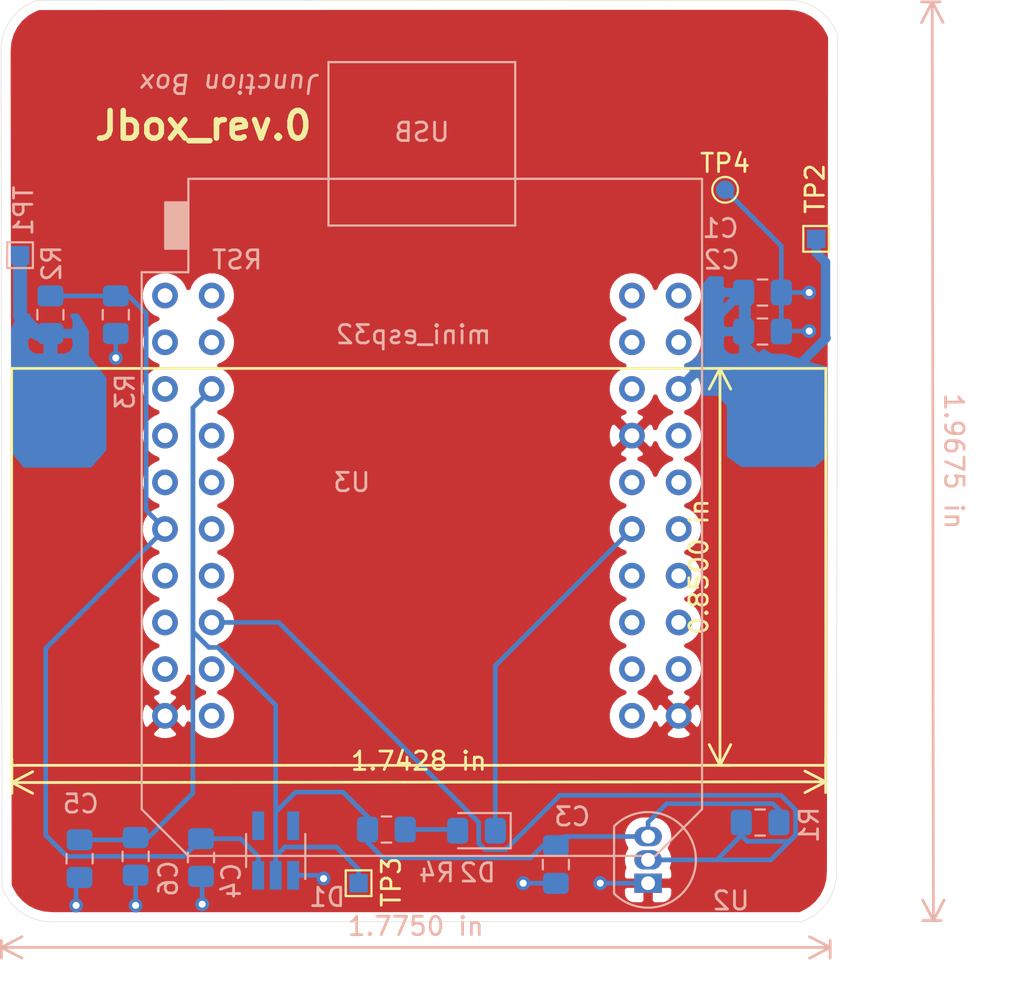
<source format=kicad_pcb>
(kicad_pcb (version 20171130) (host pcbnew 5.1.5+dfsg1-2build2)

  (general
    (thickness 1.6)
    (drawings 18)
    (tracks 128)
    (zones 0)
    (modules 18)
    (nets 41)
  )

  (page A4)
  (title_block
    (title jbox)
    (date 2021-05-17)
    (rev 0)
    (company EE/UFMG)
    (comment 1 SmartBattery)
    (comment 4 "Laboratório Tesla Engenharia de Potência")
  )

  (layers
    (0 F.Cu signal hide)
    (31 B.Cu signal)
    (32 B.Adhes user)
    (33 F.Adhes user)
    (34 B.Paste user)
    (35 F.Paste user)
    (36 B.SilkS user)
    (37 F.SilkS user)
    (38 B.Mask user)
    (39 F.Mask user)
    (40 Dwgs.User user)
    (41 Cmts.User user)
    (42 Eco1.User user)
    (43 Eco2.User user)
    (44 Edge.Cuts user)
    (45 Margin user)
    (46 B.CrtYd user)
    (47 F.CrtYd user)
    (48 B.Fab user)
    (49 F.Fab user)
  )

  (setup
    (last_trace_width 0.254)
    (trace_clearance 0.199)
    (zone_clearance 0.508)
    (zone_45_only no)
    (trace_min 0.1524)
    (via_size 0.762)
    (via_drill 0.381)
    (via_min_size 0.6858)
    (via_min_drill 0.3302)
    (uvia_size 0.762)
    (uvia_drill 0.381)
    (uvias_allowed no)
    (uvia_min_size 0.6858)
    (uvia_min_drill 0.3302)
    (edge_width 0.254)
    (segment_width 0.2)
    (pcb_text_width 0.3)
    (pcb_text_size 1.5 1.5)
    (mod_edge_width 0.15)
    (mod_text_size 1 1)
    (mod_text_width 0.15)
    (pad_size 1.15 1.4)
    (pad_drill 0)
    (pad_to_mask_clearance 0.0508)
    (solder_mask_min_width 0.101)
    (aux_axis_origin 0 0)
    (grid_origin 233.68 134.62)
    (visible_elements FFFFFFFF)
    (pcbplotparams
      (layerselection 0x010fc_ffffffff)
      (usegerberextensions true)
      (usegerberattributes false)
      (usegerberadvancedattributes false)
      (creategerberjobfile false)
      (excludeedgelayer true)
      (linewidth 0.500000)
      (plotframeref false)
      (viasonmask false)
      (mode 1)
      (useauxorigin false)
      (hpglpennumber 1)
      (hpglpenspeed 20)
      (hpglpendiameter 15.000000)
      (psnegative false)
      (psa4output false)
      (plotreference true)
      (plotvalue false)
      (plotinvisibletext false)
      (padsonsilk false)
      (subtractmaskfromsilk true)
      (outputformat 1)
      (mirror false)
      (drillshape 0)
      (scaleselection 1)
      (outputdirectory "gerber_files/"))
  )

  (net 0 "")
  (net 1 VDD33)
  (net 2 GND)
  (net 3 DQA0)
  (net 4 "Net-(U3-Pad2)")
  (net 5 "Net-(U3-Pad3)")
  (net 6 "Net-(U3-Pad4)")
  (net 7 "Net-(U3-Pad5)")
  (net 8 "Net-(U3-Pad7)")
  (net 9 "Net-(U3-Pad8)")
  (net 10 "Net-(U3-Pad10)")
  (net 11 "Net-(U3-Pad11)")
  (net 12 "Net-(U3-Pad12)")
  (net 13 "Net-(U3-Pad13)")
  (net 14 "Net-(U3-Pad14)")
  (net 15 "Net-(U3-Pad15)")
  (net 16 "Net-(U3-Pad17)")
  (net 17 "Net-(U3-Pad18)")
  (net 18 "Net-(U3-Pad19)")
  (net 19 "Net-(U3-Pad20)")
  (net 20 "Net-(U3-Pad21)")
  (net 21 "Net-(U3-Pad23)")
  (net 22 "Net-(U3-Pad24)")
  (net 23 "Net-(U3-Pad25)")
  (net 24 "Net-(U3-Pad26)")
  (net 25 "Net-(U3-Pad27)")
  (net 26 "Net-(U3-Pad28)")
  (net 27 "Net-(U3-Pad30)")
  (net 28 "Net-(U3-Pad31)")
  (net 29 "Net-(U3-Pad32)")
  (net 30 "Net-(U3-Pad34)")
  (net 31 "Net-(U3-Pad35)")
  (net 32 "Net-(U3-Pad37)")
  (net 33 "Net-(U3-Pad38)")
  (net 34 "Net-(U3-Pad39)")
  (net 35 "Net-(U3-Pad40)")
  (net 36 VDD5)
  (net 37 VDD41)
  (net 38 DQA1)
  (net 39 /R_LED)
  (net 40 LED_D3)

  (net_class Default "This is the default net class."
    (clearance 0.199)
    (trace_width 0.254)
    (via_dia 0.762)
    (via_drill 0.381)
    (uvia_dia 0.762)
    (uvia_drill 0.381)
    (add_net /R_LED)
    (add_net DQA0)
    (add_net DQA1)
    (add_net GND)
    (add_net LED_D3)
    (add_net "Net-(U3-Pad10)")
    (add_net "Net-(U3-Pad11)")
    (add_net "Net-(U3-Pad12)")
    (add_net "Net-(U3-Pad13)")
    (add_net "Net-(U3-Pad14)")
    (add_net "Net-(U3-Pad15)")
    (add_net "Net-(U3-Pad17)")
    (add_net "Net-(U3-Pad18)")
    (add_net "Net-(U3-Pad19)")
    (add_net "Net-(U3-Pad2)")
    (add_net "Net-(U3-Pad20)")
    (add_net "Net-(U3-Pad21)")
    (add_net "Net-(U3-Pad23)")
    (add_net "Net-(U3-Pad24)")
    (add_net "Net-(U3-Pad25)")
    (add_net "Net-(U3-Pad26)")
    (add_net "Net-(U3-Pad27)")
    (add_net "Net-(U3-Pad28)")
    (add_net "Net-(U3-Pad3)")
    (add_net "Net-(U3-Pad30)")
    (add_net "Net-(U3-Pad31)")
    (add_net "Net-(U3-Pad32)")
    (add_net "Net-(U3-Pad34)")
    (add_net "Net-(U3-Pad35)")
    (add_net "Net-(U3-Pad37)")
    (add_net "Net-(U3-Pad38)")
    (add_net "Net-(U3-Pad39)")
    (add_net "Net-(U3-Pad4)")
    (add_net "Net-(U3-Pad40)")
    (add_net "Net-(U3-Pad5)")
    (add_net "Net-(U3-Pad7)")
    (add_net "Net-(U3-Pad8)")
    (add_net VDD33)
    (add_net VDD41)
    (add_net VDD5)
  )

  (net_class GND ""
    (clearance 0.199)
    (trace_width 0.254)
    (via_dia 0.762)
    (via_drill 0.381)
    (uvia_dia 0.762)
    (uvia_drill 0.381)
  )

  (module LED_SMD:LED_0805_2012Metric_Pad1.15x1.40mm_HandSolder (layer B.Cu) (tedit 5B4B45C9) (tstamp 60A31956)
    (at 235.712 151.892 180)
    (descr "LED SMD 0805 (2012 Metric), square (rectangular) end terminal, IPC_7351 nominal, (Body size source: https://docs.google.com/spreadsheets/d/1BsfQQcO9C6DZCsRaXUlFlo91Tg2WpOkGARC1WS5S8t0/edit?usp=sharing), generated with kicad-footprint-generator")
    (tags "LED handsolder")
    (path /60A31130)
    (attr smd)
    (fp_text reference D2 (at -0.0635 -2.286) (layer B.SilkS)
      (effects (font (size 1 1) (thickness 0.15)) (justify mirror))
    )
    (fp_text value LED (at -0.5715 -3.4925) (layer B.Fab)
      (effects (font (size 1 1) (thickness 0.15)) (justify mirror))
    )
    (fp_text user %R (at 0 0) (layer B.Fab)
      (effects (font (size 0.5 0.5) (thickness 0.08)) (justify mirror))
    )
    (fp_line (start 1.85 -0.95) (end -1.85 -0.95) (layer B.CrtYd) (width 0.05))
    (fp_line (start 1.85 0.95) (end 1.85 -0.95) (layer B.CrtYd) (width 0.05))
    (fp_line (start -1.85 0.95) (end 1.85 0.95) (layer B.CrtYd) (width 0.05))
    (fp_line (start -1.85 -0.95) (end -1.85 0.95) (layer B.CrtYd) (width 0.05))
    (fp_line (start -1.86 -0.96) (end 1 -0.96) (layer B.SilkS) (width 0.12))
    (fp_line (start -1.86 0.96) (end -1.86 -0.96) (layer B.SilkS) (width 0.12))
    (fp_line (start 1 0.96) (end -1.86 0.96) (layer B.SilkS) (width 0.12))
    (fp_line (start 1 -0.6) (end 1 0.6) (layer B.Fab) (width 0.1))
    (fp_line (start -1 -0.6) (end 1 -0.6) (layer B.Fab) (width 0.1))
    (fp_line (start -1 0.3) (end -1 -0.6) (layer B.Fab) (width 0.1))
    (fp_line (start -0.7 0.6) (end -1 0.3) (layer B.Fab) (width 0.1))
    (fp_line (start 1 0.6) (end -0.7 0.6) (layer B.Fab) (width 0.1))
    (pad 2 smd roundrect (at 1.025 0 180) (size 1.15 1.4) (layers B.Cu B.Paste B.Mask) (roundrect_rratio 0.217391)
      (net 39 /R_LED))
    (pad 1 smd roundrect (at -1.025 0 180) (size 1.15 1.4) (layers B.Cu B.Paste B.Mask) (roundrect_rratio 0.217391)
      (net 40 LED_D3))
    (model ${KISYS3DMOD}/LED_SMD.3dshapes/LED_0805_2012Metric.wrl
      (at (xyz 0 0 0))
      (scale (xyz 1 1 1))
      (rotate (xyz 0 0 0))
    )
  )

  (module Resistor_SMD:R_0805_2012Metric_Pad1.15x1.40mm_HandSolder (layer B.Cu) (tedit 5B36C52B) (tstamp 60D53942)
    (at 230.8135 151.8285)
    (descr "Resistor SMD 0805 (2012 Metric), square (rectangular) end terminal, IPC_7351 nominal with elongated pad for handsoldering. (Body size source: https://docs.google.com/spreadsheets/d/1BsfQQcO9C6DZCsRaXUlFlo91Tg2WpOkGARC1WS5S8t0/edit?usp=sharing), generated with kicad-footprint-generator")
    (tags "resistor handsolder")
    (path /60A3876F)
    (attr smd)
    (fp_text reference R4 (at 2.7395 2.3495) (layer B.SilkS)
      (effects (font (size 1 1) (thickness 0.15)) (justify mirror))
    )
    (fp_text value 1k (at 0.898 2.413) (layer B.Fab)
      (effects (font (size 1 1) (thickness 0.15)) (justify mirror))
    )
    (fp_text user %R (at 0 0) (layer B.Fab)
      (effects (font (size 0.5 0.5) (thickness 0.08)) (justify mirror))
    )
    (fp_line (start 1.85 -0.95) (end -1.85 -0.95) (layer B.CrtYd) (width 0.05))
    (fp_line (start 1.85 0.95) (end 1.85 -0.95) (layer B.CrtYd) (width 0.05))
    (fp_line (start -1.85 0.95) (end 1.85 0.95) (layer B.CrtYd) (width 0.05))
    (fp_line (start -1.85 -0.95) (end -1.85 0.95) (layer B.CrtYd) (width 0.05))
    (fp_line (start -0.261252 -0.71) (end 0.261252 -0.71) (layer B.SilkS) (width 0.12))
    (fp_line (start -0.261252 0.71) (end 0.261252 0.71) (layer B.SilkS) (width 0.12))
    (fp_line (start 1 -0.6) (end -1 -0.6) (layer B.Fab) (width 0.1))
    (fp_line (start 1 0.6) (end 1 -0.6) (layer B.Fab) (width 0.1))
    (fp_line (start -1 0.6) (end 1 0.6) (layer B.Fab) (width 0.1))
    (fp_line (start -1 -0.6) (end -1 0.6) (layer B.Fab) (width 0.1))
    (pad 2 smd roundrect (at 1.025 0) (size 1.15 1.4) (layers B.Cu B.Paste B.Mask) (roundrect_rratio 0.217391)
      (net 39 /R_LED))
    (pad 1 smd roundrect (at -1.025 0) (size 1.15 1.4) (layers B.Cu B.Paste B.Mask) (roundrect_rratio 0.217391)
      (net 1 VDD33))
    (model ${KISYS3DMOD}/Resistor_SMD.3dshapes/R_0805_2012Metric.wrl
      (at (xyz 0 0 0))
      (scale (xyz 1 1 1))
      (rotate (xyz 0 0 0))
    )
  )

  (module ESP32_mini:ESP32_mini (layer B.Cu) (tedit 5F536902) (tstamp 6085E4B4)
    (at 232.7402 134.2136)
    (path /607E1AED)
    (fp_text reference U3 (at -3.81 -1.27) (layer B.SilkS)
      (effects (font (size 1 1) (thickness 0.15)) (justify mirror))
    )
    (fp_text value mini_esp32 (at -0.4572 -9.3091) (layer B.SilkS)
      (effects (font (size 1 1) (thickness 0.15)) (justify mirror))
    )
    (fp_line (start -12.7 -12.7) (end -12.7 -17.78) (layer B.SilkS) (width 0.12))
    (fp_line (start 12.7 19.05) (end -11.43 19.05) (layer B.SilkS) (width 0.12))
    (fp_line (start 12.7 19.05) (end 15.24 16.51) (layer B.SilkS) (width 0.12))
    (fp_line (start -12.7 19.05) (end -15.24 16.51) (layer B.SilkS) (width 0.12))
    (fp_line (start -12.7 19.05) (end -11.43 19.05) (layer B.SilkS) (width 0.12))
    (fp_line (start 15.24 16.51) (end 15.24 -17.78) (layer B.SilkS) (width 0.12))
    (fp_line (start -15.24 16.51) (end -15.24 -12.7) (layer B.SilkS) (width 0.12))
    (fp_line (start -15.24 -12.7) (end -12.7 -12.7) (layer B.SilkS) (width 0.12))
    (fp_poly (pts (xy -13.97 -16.51) (xy -13.97 -13.97) (xy -12.7 -13.97) (xy -12.7 -16.51)) (layer B.SilkS) (width 0.1))
    (fp_text user RST (at -10.0457 -13.3731) (layer B.SilkS)
      (effects (font (size 1 1) (thickness 0.15)) (justify mirror))
    )
    (fp_line (start -15.24 12.7) (end 15.24 12.7) (layer Dwgs.User) (width 0.12))
    (fp_line (start 15.24 12.7) (end 15.24 19.05) (layer Dwgs.User) (width 0.12))
    (fp_line (start 15.24 19.05) (end -15.24 19.05) (layer Dwgs.User) (width 0.12))
    (fp_line (start -15.24 19.05) (end -15.24 12.7) (layer Dwgs.User) (width 0.12))
    (fp_line (start -10.16 19.05) (end -15.24 13.97) (layer Dwgs.User) (width 0.12))
    (fp_line (start -6.35 19.05) (end -12.7 12.7) (layer Dwgs.User) (width 0.12))
    (fp_line (start -2.54 19.05) (end -8.89 12.7) (layer Dwgs.User) (width 0.12))
    (fp_line (start 1.27 19.05) (end -5.08 12.7) (layer Dwgs.User) (width 0.12))
    (fp_line (start 5.08 19.05) (end -1.27 12.7) (layer Dwgs.User) (width 0.12))
    (fp_line (start 8.89 19.05) (end 2.54 12.7) (layer Dwgs.User) (width 0.12))
    (fp_line (start 12.7 19.05) (end 6.35 12.7) (layer Dwgs.User) (width 0.12))
    (fp_line (start 15.24 16.51) (end 11.43 12.7) (layer Dwgs.User) (width 0.12))
    (fp_text user "NO COPPER - KEEP OUT" (at 0 15.24) (layer Dwgs.User)
      (effects (font (size 1 1) (thickness 0.15)))
    )
    (fp_text user USB (at 0 -20.32) (layer B.SilkS)
      (effects (font (size 1 1) (thickness 0.15)) (justify mirror))
    )
    (fp_line (start -12.7 -17.78) (end 15.24 -17.78) (layer B.SilkS) (width 0.12))
    (fp_line (start -5.08 -17.78) (end -5.08 -24.13) (layer B.SilkS) (width 0.12))
    (fp_line (start -5.08 -24.13) (end 5.08 -24.13) (layer B.SilkS) (width 0.12))
    (fp_line (start 5.08 -24.13) (end 5.08 -17.78) (layer B.SilkS) (width 0.12))
    (fp_line (start -5.08 -17.78) (end -5.08 -15.24) (layer B.SilkS) (width 0.12))
    (fp_line (start -5.08 -15.24) (end 5.08 -15.24) (layer B.SilkS) (width 0.12))
    (fp_line (start 5.08 -15.24) (end 5.08 -17.78) (layer B.SilkS) (width 0.12))
    (fp_line (start 13.97 -16.51) (end 11.43 -16.51) (layer Dwgs.User) (width 0.12))
    (fp_line (start 11.43 -16.51) (end 11.43 -15.24) (layer Dwgs.User) (width 0.12))
    (fp_line (start 11.43 -15.24) (end 13.97 -15.24) (layer Dwgs.User) (width 0.12))
    (fp_line (start 13.97 -15.24) (end 13.97 -16.51) (layer Dwgs.User) (width 0.12))
    (fp_line (start 11.43 -12.7) (end 11.43 -13.97) (layer Dwgs.User) (width 0.12))
    (fp_line (start 11.43 -13.97) (end 13.97 -13.97) (layer Dwgs.User) (width 0.12))
    (fp_line (start 13.97 -13.97) (end 13.97 -12.7) (layer Dwgs.User) (width 0.12))
    (fp_line (start 13.97 -12.7) (end 11.43 -12.7) (layer Dwgs.User) (width 0.12))
    (fp_text user PWR (at 12.573 -15.875) (layer Dwgs.User)
      (effects (font (size 0.5 0.5) (thickness 0.125)))
    )
    (fp_text user IO_02 (at 12.7 -13.335) (layer Dwgs.User)
      (effects (font (size 0.5 0.5) (thickness 0.125)))
    )
    (pad 2 thru_hole circle (at -11.43 11.43 90) (size 1.4 1.4) (drill 0.8) (layers *.Cu *.Mask)
      (net 4 "Net-(U3-Pad2)"))
    (pad 1 thru_hole circle (at -13.97 11.43 90) (size 1.4 1.4) (drill 0.8) (layers *.Cu *.Mask)
      (net 2 GND))
    (pad 3 thru_hole circle (at -13.97 8.89 90) (size 1.4 1.4) (drill 0.8) (layers *.Cu *.Mask)
      (net 5 "Net-(U3-Pad3)"))
    (pad 4 thru_hole circle (at -11.43 8.89 90) (size 1.4 1.4) (drill 0.8) (layers *.Cu *.Mask)
      (net 6 "Net-(U3-Pad4)"))
    (pad 5 thru_hole circle (at -13.97 6.35 90) (size 1.4 1.4) (drill 0.8) (layers *.Cu *.Mask)
      (net 7 "Net-(U3-Pad5)"))
    (pad 6 thru_hole circle (at -11.43 6.35 90) (size 1.4 1.4) (drill 0.8) (layers *.Cu *.Mask)
      (net 3 DQA0))
    (pad 7 thru_hole circle (at -13.97 3.81 90) (size 1.4 1.4) (drill 0.8) (layers *.Cu *.Mask)
      (net 8 "Net-(U3-Pad7)"))
    (pad 8 thru_hole circle (at -11.43 3.81 90) (size 1.4 1.4) (drill 0.8) (layers *.Cu *.Mask)
      (net 9 "Net-(U3-Pad8)"))
    (pad 9 thru_hole circle (at -13.97 1.27 90) (size 1.4 1.4) (drill 0.8) (layers *.Cu *.Mask)
      (net 38 DQA1))
    (pad 10 thru_hole circle (at -11.43 1.27 90) (size 1.4 1.4) (drill 0.8) (layers *.Cu *.Mask)
      (net 10 "Net-(U3-Pad10)"))
    (pad 11 thru_hole circle (at -13.97 -1.27 90) (size 1.4 1.4) (drill 0.8) (layers *.Cu *.Mask)
      (net 11 "Net-(U3-Pad11)"))
    (pad 12 thru_hole circle (at -11.43 -1.27 90) (size 1.4 1.4) (drill 0.8) (layers *.Cu *.Mask)
      (net 12 "Net-(U3-Pad12)"))
    (pad 13 thru_hole circle (at -13.97 -3.81 90) (size 1.4 1.4) (drill 0.8) (layers *.Cu *.Mask)
      (net 13 "Net-(U3-Pad13)"))
    (pad 14 thru_hole circle (at -11.43 -3.81 90) (size 1.4 1.4) (drill 0.8) (layers *.Cu *.Mask)
      (net 14 "Net-(U3-Pad14)"))
    (pad 15 thru_hole circle (at -13.97 -6.35 90) (size 1.4 1.4) (drill 0.8) (layers *.Cu *.Mask)
      (net 15 "Net-(U3-Pad15)"))
    (pad 16 thru_hole circle (at -11.43 -6.35 90) (size 1.4 1.4) (drill 0.8) (layers *.Cu *.Mask)
      (net 1 VDD33))
    (pad 17 thru_hole circle (at -13.97 -8.89 90) (size 1.4 1.4) (drill 0.8) (layers *.Cu *.Mask)
      (net 16 "Net-(U3-Pad17)"))
    (pad 18 thru_hole circle (at -11.43 -8.89 90) (size 1.4 1.4) (drill 0.8) (layers *.Cu *.Mask)
      (net 17 "Net-(U3-Pad18)"))
    (pad 19 thru_hole circle (at -13.97 -11.43 90) (size 1.4 1.4) (drill 0.8) (layers *.Cu *.Mask)
      (net 18 "Net-(U3-Pad19)"))
    (pad 20 thru_hole circle (at -11.43 -11.43 90) (size 1.4 1.4) (drill 0.8) (layers *.Cu *.Mask)
      (net 19 "Net-(U3-Pad20)"))
    (pad 21 thru_hole circle (at 11.43 11.43 90) (size 1.4 1.4) (drill 0.8) (layers *.Cu *.Mask)
      (net 20 "Net-(U3-Pad21)"))
    (pad 22 thru_hole circle (at 13.97 11.43 90) (size 1.4 1.4) (drill 0.8) (layers *.Cu *.Mask)
      (net 2 GND))
    (pad 23 thru_hole circle (at 11.43 8.89 90) (size 1.4 1.4) (drill 0.8) (layers *.Cu *.Mask)
      (net 21 "Net-(U3-Pad23)"))
    (pad 24 thru_hole circle (at 13.97 8.89 90) (size 1.4 1.4) (drill 0.8) (layers *.Cu *.Mask)
      (net 22 "Net-(U3-Pad24)"))
    (pad 25 thru_hole circle (at 11.43 6.35 90) (size 1.4 1.4) (drill 0.8) (layers *.Cu *.Mask)
      (net 23 "Net-(U3-Pad25)"))
    (pad 26 thru_hole circle (at 13.97 6.35 90) (size 1.4 1.4) (drill 0.8) (layers *.Cu *.Mask)
      (net 24 "Net-(U3-Pad26)"))
    (pad 27 thru_hole circle (at 11.43 3.81 90) (size 1.4 1.4) (drill 0.8) (layers *.Cu *.Mask)
      (net 25 "Net-(U3-Pad27)"))
    (pad 28 thru_hole circle (at 13.97 3.81 90) (size 1.4 1.4) (drill 0.8) (layers *.Cu *.Mask)
      (net 26 "Net-(U3-Pad28)"))
    (pad 29 thru_hole circle (at 11.43 1.27 90) (size 1.4 1.4) (drill 0.8) (layers *.Cu *.Mask)
      (net 40 LED_D3))
    (pad 30 thru_hole circle (at 13.97 1.27 90) (size 1.4 1.4) (drill 0.8) (layers *.Cu *.Mask)
      (net 27 "Net-(U3-Pad30)"))
    (pad 31 thru_hole circle (at 11.43 -1.27 90) (size 1.4 1.4) (drill 0.8) (layers *.Cu *.Mask)
      (net 28 "Net-(U3-Pad31)"))
    (pad 32 thru_hole circle (at 13.97 -1.27 90) (size 1.4 1.4) (drill 0.8) (layers *.Cu *.Mask)
      (net 29 "Net-(U3-Pad32)"))
    (pad 33 thru_hole circle (at 11.43 -3.81 90) (size 1.4 1.4) (drill 0.8) (layers *.Cu *.Mask)
      (net 2 GND))
    (pad 34 thru_hole circle (at 13.97 -3.81 90) (size 1.4 1.4) (drill 0.8) (layers *.Cu *.Mask)
      (net 30 "Net-(U3-Pad34)"))
    (pad 35 thru_hole circle (at 11.43 -6.35 90) (size 1.4 1.4) (drill 0.8) (layers *.Cu *.Mask)
      (net 31 "Net-(U3-Pad35)"))
    (pad 36 thru_hole circle (at 13.97 -6.35 90) (size 1.4 1.4) (drill 0.8) (layers *.Cu *.Mask)
      (net 36 VDD5))
    (pad 37 thru_hole circle (at 11.43 -8.89 90) (size 1.4 1.4) (drill 0.8) (layers *.Cu *.Mask)
      (net 32 "Net-(U3-Pad37)"))
    (pad 38 thru_hole circle (at 13.97 -8.89 90) (size 1.4 1.4) (drill 0.8) (layers *.Cu *.Mask)
      (net 33 "Net-(U3-Pad38)"))
    (pad 39 thru_hole circle (at 11.43 -11.43 90) (size 1.4 1.4) (drill 0.8) (layers *.Cu *.Mask)
      (net 34 "Net-(U3-Pad39)"))
    (pad 40 thru_hole circle (at 13.97 -11.43 90) (size 1.4 1.4) (drill 0.8) (layers *.Cu *.Mask)
      (net 35 "Net-(U3-Pad40)"))
  )

  (module Resistor_SMD:R_0805_2012Metric_Pad1.15x1.40mm_HandSolder (layer B.Cu) (tedit 5B36C52B) (tstamp 60996B02)
    (at 216.0905 123.825 270)
    (descr "Resistor SMD 0805 (2012 Metric), square (rectangular) end terminal, IPC_7351 nominal with elongated pad for handsoldering. (Body size source: https://docs.google.com/spreadsheets/d/1BsfQQcO9C6DZCsRaXUlFlo91Tg2WpOkGARC1WS5S8t0/edit?usp=sharing), generated with kicad-footprint-generator")
    (tags "resistor handsolder")
    (path /60948C85)
    (attr smd)
    (fp_text reference R3 (at 4.191 -0.508 90) (layer B.SilkS)
      (effects (font (size 1 1) (thickness 0.15)) (justify mirror))
    )
    (fp_text value 2k2 (at 0.0635 -7.493 90) (layer B.Fab)
      (effects (font (size 1 1) (thickness 0.15)) (justify mirror))
    )
    (fp_text user %R (at 0.0254 0 270) (layer B.Fab)
      (effects (font (size 0.5 0.5) (thickness 0.08)) (justify mirror))
    )
    (fp_line (start 1.85 -0.95) (end -1.85 -0.95) (layer B.CrtYd) (width 0.05))
    (fp_line (start 1.85 0.95) (end 1.85 -0.95) (layer B.CrtYd) (width 0.05))
    (fp_line (start -1.85 0.95) (end 1.85 0.95) (layer B.CrtYd) (width 0.05))
    (fp_line (start -1.85 -0.95) (end -1.85 0.95) (layer B.CrtYd) (width 0.05))
    (fp_line (start -0.261252 -0.71) (end 0.261252 -0.71) (layer B.SilkS) (width 0.12))
    (fp_line (start -0.261252 0.71) (end 0.261252 0.71) (layer B.SilkS) (width 0.12))
    (fp_line (start 1 -0.6) (end -1 -0.6) (layer B.Fab) (width 0.1))
    (fp_line (start 1 0.6) (end 1 -0.6) (layer B.Fab) (width 0.1))
    (fp_line (start -1 0.6) (end 1 0.6) (layer B.Fab) (width 0.1))
    (fp_line (start -1 -0.6) (end -1 0.6) (layer B.Fab) (width 0.1))
    (pad 2 smd roundrect (at 1.025 0 270) (size 1.15 1.4) (layers B.Cu B.Paste B.Mask) (roundrect_rratio 0.217391)
      (net 2 GND))
    (pad 1 smd roundrect (at -1.025 0 270) (size 1.15 1.4) (layers B.Cu B.Paste B.Mask) (roundrect_rratio 0.217391)
      (net 38 DQA1))
    (model ${KISYS3DMOD}/Resistor_SMD.3dshapes/R_0805_2012Metric.wrl
      (at (xyz 0 0 0))
      (scale (xyz 1 1 1))
      (rotate (xyz 0 0 0))
    )
  )

  (module TestPoint:TestPoint_Pad_1.0x1.0mm (layer F.Cu) (tedit 609D6D01) (tstamp 609CABAA)
    (at 229.2985 154.7495)
    (descr "SMD rectangular pad as test Point, square 1.0mm side length")
    (tags "test point SMD pad rectangle square")
    (path /609D20AB)
    (attr virtual)
    (fp_text reference TP3 (at 1.778 -0.0635 90) (layer F.SilkS)
      (effects (font (size 1 1) (thickness 0.15)))
    )
    (fp_text value TP3 (at 1.778 -0.0635 90) (layer F.Fab)
      (effects (font (size 1 1) (thickness 0.15)))
    )
    (fp_line (start 1 1) (end -1 1) (layer F.CrtYd) (width 0.05))
    (fp_line (start 1 1) (end 1 -1) (layer F.CrtYd) (width 0.05))
    (fp_line (start -1 -1) (end -1 1) (layer F.CrtYd) (width 0.05))
    (fp_line (start -1 -1) (end 1 -1) (layer F.CrtYd) (width 0.05))
    (fp_line (start -0.7 0.7) (end -0.7 -0.7) (layer F.SilkS) (width 0.12))
    (fp_line (start 0.7 0.7) (end -0.7 0.7) (layer F.SilkS) (width 0.12))
    (fp_line (start 0.7 -0.7) (end 0.7 0.7) (layer F.SilkS) (width 0.12))
    (fp_line (start -0.7 -0.7) (end 0.7 -0.7) (layer F.SilkS) (width 0.12))
    (fp_text user %R (at 1.778 -0.0635 270) (layer F.Fab)
      (effects (font (size 1 1) (thickness 0.15)))
    )
    (pad 1 smd rect (at 0 0) (size 1 1) (layers B.Cu F.Mask)
      (net 1 VDD33))
  )

  (module TestPoint:TestPoint_Pad_1.0x1.0mm (layer F.Cu) (tedit 609D6E4D) (tstamp 609CAB9C)
    (at 254.1905 119.6975)
    (descr "SMD rectangular pad as test Point, square 1.0mm side length")
    (tags "test point SMD pad rectangle square")
    (path /609CC01C)
    (attr virtual)
    (fp_text reference TP2 (at -0.0635 -2.7305 90) (layer F.SilkS)
      (effects (font (size 1 1) (thickness 0.15)))
    )
    (fp_text value TPLM5 (at -0.381 -8.0645 90) (layer F.Fab)
      (effects (font (size 1 1) (thickness 0.15)))
    )
    (fp_line (start 1 1) (end -1 1) (layer F.CrtYd) (width 0.05))
    (fp_line (start 1 1) (end 1 -1) (layer F.CrtYd) (width 0.05))
    (fp_line (start -1 -1) (end -1 1) (layer F.CrtYd) (width 0.05))
    (fp_line (start -1 -1) (end 1 -1) (layer F.CrtYd) (width 0.05))
    (fp_line (start -0.7 0.7) (end -0.7 -0.7) (layer F.SilkS) (width 0.12))
    (fp_line (start 0.7 0.7) (end -0.7 0.7) (layer F.SilkS) (width 0.12))
    (fp_line (start 0.7 -0.7) (end 0.7 0.7) (layer F.SilkS) (width 0.12))
    (fp_line (start -0.7 -0.7) (end 0.7 -0.7) (layer F.SilkS) (width 0.12))
    (fp_text user %R (at -0.0635 -2.7305 90) (layer F.Fab)
      (effects (font (size 1 1) (thickness 0.15)))
    )
    (pad 1 smd rect (at 0 0) (size 1 1) (layers B.Cu F.Mask)
      (net 36 VDD5))
  )

  (module TestPoint:TestPoint_Pad_1.0x1.0mm (layer B.Cu) (tedit 5A0F774F) (tstamp 609CAB8E)
    (at 210.8835 120.5865)
    (descr "SMD rectangular pad as test Point, square 1.0mm side length")
    (tags "test point SMD pad rectangle square")
    (path /609CE58C)
    (attr virtual)
    (fp_text reference TP1 (at 0.1905 -2.413 -90) (layer B.SilkS)
      (effects (font (size 1 1) (thickness 0.15)) (justify mirror))
    )
    (fp_text value TPLM41 (at 1.905 -3.302 90) (layer B.Fab)
      (effects (font (size 1 1) (thickness 0.15)) (justify mirror))
    )
    (fp_line (start 1 -1) (end -1 -1) (layer B.CrtYd) (width 0.05))
    (fp_line (start 1 -1) (end 1 1) (layer B.CrtYd) (width 0.05))
    (fp_line (start -1 1) (end -1 -1) (layer B.CrtYd) (width 0.05))
    (fp_line (start -1 1) (end 1 1) (layer B.CrtYd) (width 0.05))
    (fp_line (start -0.7 -0.7) (end -0.7 0.7) (layer B.SilkS) (width 0.12))
    (fp_line (start 0.7 -0.7) (end -0.7 -0.7) (layer B.SilkS) (width 0.12))
    (fp_line (start 0.7 0.7) (end 0.7 -0.7) (layer B.SilkS) (width 0.12))
    (fp_line (start -0.7 0.7) (end 0.7 0.7) (layer B.SilkS) (width 0.12))
    (fp_text user %R (at 0.1905 -2.413 -90) (layer B.Fab)
      (effects (font (size 1 1) (thickness 0.15)) (justify mirror))
    )
    (pad 1 smd rect (at 0 0) (size 1 1) (layers B.Cu B.Mask)
      (net 37 VDD41))
  )

  (module Capacitor_SMD:C_0805_2012Metric_Pad1.15x1.40mm_HandSolder (layer B.Cu) (tedit 5B36C52B) (tstamp 609ABCBC)
    (at 220.726 153.3525 270)
    (descr "Capacitor SMD 0805 (2012 Metric), square (rectangular) end terminal, IPC_7351 nominal with elongated pad for handsoldering. (Body size source: https://docs.google.com/spreadsheets/d/1BsfQQcO9C6DZCsRaXUlFlo91Tg2WpOkGARC1WS5S8t0/edit?usp=sharing), generated with kicad-footprint-generator")
    (tags "capacitor handsolder")
    (path /609B3894)
    (attr smd)
    (fp_text reference C4 (at 1.27 -1.651 270) (layer B.SilkS)
      (effects (font (size 1 1) (thickness 0.15)) (justify mirror))
    )
    (fp_text value 10uF (at -3.683 -0.5715 270) (layer B.Fab)
      (effects (font (size 1 1) (thickness 0.15)) (justify mirror))
    )
    (fp_line (start -1 -0.6) (end -1 0.6) (layer B.Fab) (width 0.1))
    (fp_line (start -1 0.6) (end 1 0.6) (layer B.Fab) (width 0.1))
    (fp_line (start 1 0.6) (end 1 -0.6) (layer B.Fab) (width 0.1))
    (fp_line (start 1 -0.6) (end -1 -0.6) (layer B.Fab) (width 0.1))
    (fp_line (start -0.261252 0.71) (end 0.261252 0.71) (layer B.SilkS) (width 0.12))
    (fp_line (start -0.261252 -0.71) (end 0.261252 -0.71) (layer B.SilkS) (width 0.12))
    (fp_line (start -1.85 -0.95) (end -1.85 0.95) (layer B.CrtYd) (width 0.05))
    (fp_line (start -1.85 0.95) (end 1.85 0.95) (layer B.CrtYd) (width 0.05))
    (fp_line (start 1.85 0.95) (end 1.85 -0.95) (layer B.CrtYd) (width 0.05))
    (fp_line (start 1.85 -0.95) (end -1.85 -0.95) (layer B.CrtYd) (width 0.05))
    (pad 1 smd roundrect (at -1.025 0 270) (size 1.15 1.4) (layers B.Cu B.Paste B.Mask) (roundrect_rratio 0.217391)
      (net 38 DQA1))
    (pad 2 smd roundrect (at 1.025 0 270) (size 1.15 1.4) (layers B.Cu B.Paste B.Mask) (roundrect_rratio 0.217391)
      (net 2 GND))
    (model ${KISYS3DMOD}/Capacitor_SMD.3dshapes/C_0805_2012Metric.wrl
      (at (xyz 0 0 0))
      (scale (xyz 1 1 1))
      (rotate (xyz 0 0 0))
    )
  )

  (module Package_TO_SOT_THT:TO-92_Inline (layer B.Cu) (tedit 5A1DD157) (tstamp 60996B44)
    (at 245.0465 154.7495 90)
    (descr "TO-92 leads in-line, narrow, oval pads, drill 0.75mm (see NXP sot054_po.pdf)")
    (tags "to-92 sc-43 sc-43a sot54 PA33 transistor")
    (path /6092ADC9)
    (fp_text reference U2 (at -0.9525 4.5085) (layer B.SilkS)
      (effects (font (size 1 1) (thickness 0.15)) (justify mirror))
    )
    (fp_text value DS18B20 (at 0.381 6.096 180) (layer B.Fab)
      (effects (font (size 1 1) (thickness 0.15)) (justify mirror))
    )
    (fp_arc (start 1.27 0) (end 1.27 2.6) (angle -135) (layer B.SilkS) (width 0.12))
    (fp_arc (start 1.27 0) (end 1.27 2.48) (angle 135) (layer B.Fab) (width 0.1))
    (fp_arc (start 1.27 0) (end 1.27 2.6) (angle 135) (layer B.SilkS) (width 0.12))
    (fp_arc (start 1.27 0) (end 1.27 2.48) (angle -135) (layer B.Fab) (width 0.1))
    (fp_line (start 4 -2.01) (end -1.46 -2.01) (layer B.CrtYd) (width 0.05))
    (fp_line (start 4 -2.01) (end 4 2.73) (layer B.CrtYd) (width 0.05))
    (fp_line (start -1.46 2.73) (end -1.46 -2.01) (layer B.CrtYd) (width 0.05))
    (fp_line (start -1.46 2.73) (end 4 2.73) (layer B.CrtYd) (width 0.05))
    (fp_line (start -0.5 -1.75) (end 3 -1.75) (layer B.Fab) (width 0.1))
    (fp_line (start -0.53 -1.85) (end 3.07 -1.85) (layer B.SilkS) (width 0.12))
    (fp_text user %R (at -0.9525 4.5085) (layer B.Fab)
      (effects (font (size 1 1) (thickness 0.15)) (justify mirror))
    )
    (pad 1 thru_hole rect (at 0 0 90) (size 1.05 1.5) (drill 0.75) (layers *.Cu *.Mask)
      (net 2 GND))
    (pad 3 thru_hole oval (at 2.54 0 90) (size 1.05 1.5) (drill 0.75) (layers *.Cu *.Mask)
      (net 1 VDD33))
    (pad 2 thru_hole oval (at 1.27 0 90) (size 1.05 1.5) (drill 0.75) (layers *.Cu *.Mask)
      (net 3 DQA0))
    (model ${KISYS3DMOD}/Package_TO_SOT_THT.3dshapes/TO-92_Inline.wrl
      (at (xyz 0 0 0))
      (scale (xyz 1 1 1))
      (rotate (xyz 0 0 0))
    )
  )

  (module Resistor_SMD:R_0805_2012Metric_Pad1.15x1.40mm_HandSolder (layer B.Cu) (tedit 5B36C52B) (tstamp 60996AF1)
    (at 212.5345 123.825 90)
    (descr "Resistor SMD 0805 (2012 Metric), square (rectangular) end terminal, IPC_7351 nominal with elongated pad for handsoldering. (Body size source: https://docs.google.com/spreadsheets/d/1BsfQQcO9C6DZCsRaXUlFlo91Tg2WpOkGARC1WS5S8t0/edit?usp=sharing), generated with kicad-footprint-generator")
    (tags "resistor handsolder")
    (path /609485CD)
    (attr smd)
    (fp_text reference R2 (at 2.794 0.0635 270) (layer B.SilkS)
      (effects (font (size 1 1) (thickness 0.15)) (justify mirror))
    )
    (fp_text value 27k (at 2.4765 1.778 270) (layer B.Fab)
      (effects (font (size 1 1) (thickness 0.15)) (justify mirror))
    )
    (fp_text user %R (at -0.1143 0.1651 270) (layer B.Fab)
      (effects (font (size 0.5 0.5) (thickness 0.08)) (justify mirror))
    )
    (fp_line (start 1.85 -0.95) (end -1.85 -0.95) (layer B.CrtYd) (width 0.05))
    (fp_line (start 1.85 0.95) (end 1.85 -0.95) (layer B.CrtYd) (width 0.05))
    (fp_line (start -1.85 0.95) (end 1.85 0.95) (layer B.CrtYd) (width 0.05))
    (fp_line (start -1.85 -0.95) (end -1.85 0.95) (layer B.CrtYd) (width 0.05))
    (fp_line (start -0.261252 -0.71) (end 0.261252 -0.71) (layer B.SilkS) (width 0.12))
    (fp_line (start -0.261252 0.71) (end 0.261252 0.71) (layer B.SilkS) (width 0.12))
    (fp_line (start 1 -0.6) (end -1 -0.6) (layer B.Fab) (width 0.1))
    (fp_line (start 1 0.6) (end 1 -0.6) (layer B.Fab) (width 0.1))
    (fp_line (start -1 0.6) (end 1 0.6) (layer B.Fab) (width 0.1))
    (fp_line (start -1 -0.6) (end -1 0.6) (layer B.Fab) (width 0.1))
    (pad 2 smd roundrect (at 1.025 0 90) (size 1.15 1.4) (layers B.Cu B.Paste B.Mask) (roundrect_rratio 0.217391)
      (net 38 DQA1))
    (pad 1 smd roundrect (at -1.025 0 90) (size 1.15 1.4) (layers B.Cu B.Paste B.Mask) (roundrect_rratio 0.217391)
      (net 37 VDD41))
    (model ${KISYS3DMOD}/Resistor_SMD.3dshapes/R_0805_2012Metric.wrl
      (at (xyz 0 0 0))
      (scale (xyz 1 1 1))
      (rotate (xyz 0 0 0))
    )
  )

  (module Resistor_SMD:R_0805_2012Metric_Pad1.15x1.40mm_HandSolder (layer B.Cu) (tedit 5B36C52B) (tstamp 60996AE0)
    (at 251.1425 151.4475)
    (descr "Resistor SMD 0805 (2012 Metric), square (rectangular) end terminal, IPC_7351 nominal with elongated pad for handsoldering. (Body size source: https://docs.google.com/spreadsheets/d/1BsfQQcO9C6DZCsRaXUlFlo91Tg2WpOkGARC1WS5S8t0/edit?usp=sharing), generated with kicad-footprint-generator")
    (tags "resistor handsolder")
    (path /6094D912)
    (attr smd)
    (fp_text reference R1 (at 2.667 0.127 -90) (layer B.SilkS)
      (effects (font (size 1 1) (thickness 0.15)) (justify mirror))
    )
    (fp_text value 4.7k (at 2.2225 -2.9845 -270) (layer B.Fab)
      (effects (font (size 1 1) (thickness 0.15)) (justify mirror))
    )
    (fp_text user %R (at 0 0 180) (layer B.Fab)
      (effects (font (size 0.5 0.5) (thickness 0.08)) (justify mirror))
    )
    (fp_line (start 1.85 -0.95) (end -1.85 -0.95) (layer B.CrtYd) (width 0.05))
    (fp_line (start 1.85 0.95) (end 1.85 -0.95) (layer B.CrtYd) (width 0.05))
    (fp_line (start -1.85 0.95) (end 1.85 0.95) (layer B.CrtYd) (width 0.05))
    (fp_line (start -1.85 -0.95) (end -1.85 0.95) (layer B.CrtYd) (width 0.05))
    (fp_line (start -0.261252 -0.71) (end 0.261252 -0.71) (layer B.SilkS) (width 0.12))
    (fp_line (start -0.261252 0.71) (end 0.261252 0.71) (layer B.SilkS) (width 0.12))
    (fp_line (start 1 -0.6) (end -1 -0.6) (layer B.Fab) (width 0.1))
    (fp_line (start 1 0.6) (end 1 -0.6) (layer B.Fab) (width 0.1))
    (fp_line (start -1 0.6) (end 1 0.6) (layer B.Fab) (width 0.1))
    (fp_line (start -1 -0.6) (end -1 0.6) (layer B.Fab) (width 0.1))
    (pad 2 smd roundrect (at 1.025 0) (size 1.15 1.4) (layers B.Cu B.Paste B.Mask) (roundrect_rratio 0.217391)
      (net 1 VDD33))
    (pad 1 smd roundrect (at -1.025 0) (size 1.15 1.4) (layers B.Cu B.Paste B.Mask) (roundrect_rratio 0.217391)
      (net 3 DQA0))
    (model ${KISYS3DMOD}/Resistor_SMD.3dshapes/R_0805_2012Metric.wrl
      (at (xyz 0 0 0))
      (scale (xyz 1 1 1))
      (rotate (xyz 0 0 0))
    )
  )

  (module Capacitor_SMD:C_0805_2012Metric_Pad1.15x1.40mm_HandSolder (layer B.Cu) (tedit 5B36C52B) (tstamp 60996ACF)
    (at 217.17 153.289 270)
    (descr "Capacitor SMD 0805 (2012 Metric), square (rectangular) end terminal, IPC_7351 nominal with elongated pad for handsoldering. (Body size source: https://docs.google.com/spreadsheets/d/1BsfQQcO9C6DZCsRaXUlFlo91Tg2WpOkGARC1WS5S8t0/edit?usp=sharing), generated with kicad-footprint-generator")
    (tags "capacitor handsolder")
    (path /60942BB3)
    (attr smd)
    (fp_text reference C6 (at 1.2065 -1.778 90) (layer B.SilkS)
      (effects (font (size 1 1) (thickness 0.15)) (justify mirror))
    )
    (fp_text value 10uF (at 0.118 -3.556 270) (layer B.Fab)
      (effects (font (size 1 1) (thickness 0.15)) (justify mirror))
    )
    (fp_text user %R (at 0 0 90) (layer B.Fab)
      (effects (font (size 0.5 0.5) (thickness 0.08)) (justify mirror))
    )
    (fp_line (start 1.85 -0.95) (end -1.85 -0.95) (layer B.CrtYd) (width 0.05))
    (fp_line (start 1.85 0.95) (end 1.85 -0.95) (layer B.CrtYd) (width 0.05))
    (fp_line (start -1.85 0.95) (end 1.85 0.95) (layer B.CrtYd) (width 0.05))
    (fp_line (start -1.85 -0.95) (end -1.85 0.95) (layer B.CrtYd) (width 0.05))
    (fp_line (start -0.261252 -0.71) (end 0.261252 -0.71) (layer B.SilkS) (width 0.12))
    (fp_line (start -0.261252 0.71) (end 0.261252 0.71) (layer B.SilkS) (width 0.12))
    (fp_line (start 1 -0.6) (end -1 -0.6) (layer B.Fab) (width 0.1))
    (fp_line (start 1 0.6) (end 1 -0.6) (layer B.Fab) (width 0.1))
    (fp_line (start -1 0.6) (end 1 0.6) (layer B.Fab) (width 0.1))
    (fp_line (start -1 -0.6) (end -1 0.6) (layer B.Fab) (width 0.1))
    (pad 2 smd roundrect (at 1.025 0 270) (size 1.15 1.4) (layers B.Cu B.Paste B.Mask) (roundrect_rratio 0.217391)
      (net 2 GND))
    (pad 1 smd roundrect (at -1.025 0 270) (size 1.15 1.4) (layers B.Cu B.Paste B.Mask) (roundrect_rratio 0.217391)
      (net 1 VDD33))
    (model ${KISYS3DMOD}/Capacitor_SMD.3dshapes/C_0805_2012Metric.wrl
      (at (xyz 0 0 0))
      (scale (xyz 1 1 1))
      (rotate (xyz 0 0 0))
    )
  )

  (module Capacitor_SMD:C_0805_2012Metric_Pad1.15x1.40mm_HandSolder (layer B.Cu) (tedit 5B36C52B) (tstamp 60996A96)
    (at 251.2695 124.7394)
    (descr "Capacitor SMD 0805 (2012 Metric), square (rectangular) end terminal, IPC_7351 nominal with elongated pad for handsoldering. (Body size source: https://docs.google.com/spreadsheets/d/1BsfQQcO9C6DZCsRaXUlFlo91Tg2WpOkGARC1WS5S8t0/edit?usp=sharing), generated with kicad-footprint-generator")
    (tags "capacitor handsolder")
    (path /60956829)
    (attr smd)
    (fp_text reference C2 (at -2.2225 -3.8989 -180) (layer B.SilkS)
      (effects (font (size 1 1) (thickness 0.15)) (justify mirror))
    )
    (fp_text value 10uF (at 1.5875 -8.4709 -270) (layer B.Fab)
      (effects (font (size 1 1) (thickness 0.15)) (justify mirror))
    )
    (fp_text user %R (at 0 0) (layer B.Fab)
      (effects (font (size 0.5 0.5) (thickness 0.08)) (justify mirror))
    )
    (fp_line (start 1.85 -0.95) (end -1.85 -0.95) (layer B.CrtYd) (width 0.05))
    (fp_line (start 1.85 0.95) (end 1.85 -0.95) (layer B.CrtYd) (width 0.05))
    (fp_line (start -1.85 0.95) (end 1.85 0.95) (layer B.CrtYd) (width 0.05))
    (fp_line (start -1.85 -0.95) (end -1.85 0.95) (layer B.CrtYd) (width 0.05))
    (fp_line (start -0.261252 -0.71) (end 0.261252 -0.71) (layer B.SilkS) (width 0.12))
    (fp_line (start -0.261252 0.71) (end 0.261252 0.71) (layer B.SilkS) (width 0.12))
    (fp_line (start 1 -0.6) (end -1 -0.6) (layer B.Fab) (width 0.1))
    (fp_line (start 1 0.6) (end 1 -0.6) (layer B.Fab) (width 0.1))
    (fp_line (start -1 0.6) (end 1 0.6) (layer B.Fab) (width 0.1))
    (fp_line (start -1 -0.6) (end -1 0.6) (layer B.Fab) (width 0.1))
    (pad 2 smd roundrect (at 1.025 0) (size 1.15 1.4) (layers B.Cu B.Paste B.Mask) (roundrect_rratio 0.217391)
      (net 2 GND))
    (pad 1 smd roundrect (at -1.025 0) (size 1.15 1.4) (layers B.Cu B.Paste B.Mask) (roundrect_rratio 0.217391)
      (net 36 VDD5))
    (model ${KISYS3DMOD}/Capacitor_SMD.3dshapes/C_0805_2012Metric.wrl
      (at (xyz 0 0 0))
      (scale (xyz 1 1 1))
      (rotate (xyz 0 0 0))
    )
  )

  (module Capacitor_SMD:C_0805_2012Metric_Pad1.15x1.40mm_HandSolder (layer B.Cu) (tedit 609AD16D) (tstamp 60996A85)
    (at 251.2695 122.6185)
    (descr "Capacitor SMD 0805 (2012 Metric), square (rectangular) end terminal, IPC_7351 nominal with elongated pad for handsoldering. (Body size source: https://docs.google.com/spreadsheets/d/1BsfQQcO9C6DZCsRaXUlFlo91Tg2WpOkGARC1WS5S8t0/edit?usp=sharing), generated with kicad-footprint-generator")
    (tags "capacitor handsolder")
    (path /6095681C)
    (attr smd)
    (fp_text reference C1 (at -2.286 -3.4925 -180) (layer B.SilkS)
      (effects (font (size 1 1) (thickness 0.15)) (justify mirror))
    )
    (fp_text value 100nF (at -6.223 -6.985) (layer B.Fab)
      (effects (font (size 1 1) (thickness 0.15)) (justify mirror))
    )
    (fp_line (start -1 -0.6) (end -1 0.6) (layer B.Fab) (width 0.1))
    (fp_line (start -1 0.6) (end 1 0.6) (layer B.Fab) (width 0.1))
    (fp_line (start 1 0.6) (end 1 -0.6) (layer B.Fab) (width 0.1))
    (fp_line (start 1 -0.6) (end -1 -0.6) (layer B.Fab) (width 0.1))
    (fp_line (start -0.261252 0.71) (end 0.261252 0.71) (layer B.SilkS) (width 0.12))
    (fp_line (start -0.261252 -0.71) (end 0.261252 -0.71) (layer B.SilkS) (width 0.12))
    (fp_line (start -1.85 -0.95) (end -1.85 0.95) (layer B.CrtYd) (width 0.05))
    (fp_line (start -1.85 0.95) (end 1.85 0.95) (layer B.CrtYd) (width 0.05))
    (fp_line (start 1.85 0.95) (end 1.85 -0.95) (layer B.CrtYd) (width 0.05))
    (fp_line (start 1.85 -0.95) (end -1.85 -0.95) (layer B.CrtYd) (width 0.05))
    (fp_text user %R (at 0 0) (layer B.Fab)
      (effects (font (size 0.5 0.5) (thickness 0.08)) (justify mirror))
    )
    (pad 1 smd roundrect (at -1.025 0) (size 1.15 1.4) (layers B.Cu B.Paste B.Mask) (roundrect_rratio 0.217)
      (net 36 VDD5))
    (pad 2 smd roundrect (at 1.025 0) (size 1.15 1.4) (layers B.Cu B.Paste B.Mask) (roundrect_rratio 0.217391)
      (net 2 GND))
    (model ${KISYS3DMOD}/Capacitor_SMD.3dshapes/C_0805_2012Metric.wrl
      (at (xyz 0 0 0))
      (scale (xyz 1 1 1))
      (rotate (xyz 0 0 0))
    )
  )

  (module Capacitor_SMD:C_0805_2012Metric_Pad1.15x1.40mm_HandSolder (layer B.Cu) (tedit 5B36C52B) (tstamp 609ABCAB)
    (at 240.03 153.7335 270)
    (descr "Capacitor SMD 0805 (2012 Metric), square (rectangular) end terminal, IPC_7351 nominal with elongated pad for handsoldering. (Body size source: https://docs.google.com/spreadsheets/d/1BsfQQcO9C6DZCsRaXUlFlo91Tg2WpOkGARC1WS5S8t0/edit?usp=sharing), generated with kicad-footprint-generator")
    (tags "capacitor handsolder")
    (path /609F6D6A)
    (attr smd)
    (fp_text reference C3 (at -2.6035 -0.889) (layer B.SilkS)
      (effects (font (size 1 1) (thickness 0.15)) (justify mirror))
    )
    (fp_text value 100nF (at 1.778 7.6835 180) (layer B.Fab)
      (effects (font (size 1 1) (thickness 0.15)) (justify mirror))
    )
    (fp_text user %R (at 0 0 90) (layer B.Fab)
      (effects (font (size 0.5 0.5) (thickness 0.08)) (justify mirror))
    )
    (fp_line (start 1.85 -0.95) (end -1.85 -0.95) (layer B.CrtYd) (width 0.05))
    (fp_line (start 1.85 0.95) (end 1.85 -0.95) (layer B.CrtYd) (width 0.05))
    (fp_line (start -1.85 0.95) (end 1.85 0.95) (layer B.CrtYd) (width 0.05))
    (fp_line (start -1.85 -0.95) (end -1.85 0.95) (layer B.CrtYd) (width 0.05))
    (fp_line (start -0.261252 -0.71) (end 0.261252 -0.71) (layer B.SilkS) (width 0.12))
    (fp_line (start -0.261252 0.71) (end 0.261252 0.71) (layer B.SilkS) (width 0.12))
    (fp_line (start 1 -0.6) (end -1 -0.6) (layer B.Fab) (width 0.1))
    (fp_line (start 1 0.6) (end 1 -0.6) (layer B.Fab) (width 0.1))
    (fp_line (start -1 0.6) (end 1 0.6) (layer B.Fab) (width 0.1))
    (fp_line (start -1 -0.6) (end -1 0.6) (layer B.Fab) (width 0.1))
    (pad 2 smd roundrect (at 1.025 0 270) (size 1.15 1.4) (layers B.Cu B.Paste B.Mask) (roundrect_rratio 0.217391)
      (net 2 GND))
    (pad 1 smd roundrect (at -1.025 0 270) (size 1.15 1.4) (layers B.Cu B.Paste B.Mask) (roundrect_rratio 0.217391)
      (net 1 VDD33))
    (model ${KISYS3DMOD}/Capacitor_SMD.3dshapes/C_0805_2012Metric.wrl
      (at (xyz 0 0 0))
      (scale (xyz 1 1 1))
      (rotate (xyz 0 0 0))
    )
  )

  (module Capacitor_SMD:C_0805_2012Metric_Pad1.15x1.40mm_HandSolder (layer B.Cu) (tedit 60DC6D4F) (tstamp 609ABCCD)
    (at 214.122 153.416 270)
    (descr "Capacitor SMD 0805 (2012 Metric), square (rectangular) end terminal, IPC_7351 nominal with elongated pad for handsoldering. (Body size source: https://docs.google.com/spreadsheets/d/1BsfQQcO9C6DZCsRaXUlFlo91Tg2WpOkGARC1WS5S8t0/edit?usp=sharing), generated with kicad-footprint-generator")
    (tags "capacitor handsolder")
    (path /609AC2BE)
    (attr smd)
    (fp_text reference C5 (at -2.9845 -0.0635 180) (layer B.SilkS)
      (effects (font (size 1 1) (thickness 0.15)) (justify mirror))
    )
    (fp_text value 100nF (at -0.6985 2.667 270) (layer B.Fab)
      (effects (font (size 1 1) (thickness 0.15)) (justify mirror))
    )
    (fp_line (start -1 -0.6) (end -1 0.6) (layer B.Fab) (width 0.1))
    (fp_line (start -1 0.6) (end 1 0.6) (layer B.Fab) (width 0.1))
    (fp_line (start 1 0.6) (end 1 -0.6) (layer B.Fab) (width 0.1))
    (fp_line (start 1 -0.6) (end -1 -0.6) (layer B.Fab) (width 0.1))
    (fp_line (start -0.261252 0.71) (end 0.261252 0.71) (layer B.SilkS) (width 0.12))
    (fp_line (start -0.261252 -0.71) (end 0.261252 -0.71) (layer B.SilkS) (width 0.12))
    (fp_line (start -1.85 -0.95) (end -1.85 0.95) (layer B.CrtYd) (width 0.05))
    (fp_line (start -1.85 0.95) (end 1.85 0.95) (layer B.CrtYd) (width 0.05))
    (fp_line (start 1.85 0.95) (end 1.85 -0.95) (layer B.CrtYd) (width 0.05))
    (fp_line (start 1.85 -0.95) (end -1.85 -0.95) (layer B.CrtYd) (width 0.05))
    (fp_text user %R (at -0.3175 0 90) (layer B.Fab)
      (effects (font (size 0.5 0.5) (thickness 0.08)) (justify mirror))
    )
    (pad 1 smd roundrect (at -1.025 0 270) (size 1.15 1.4) (layers B.Cu B.Paste B.Mask) (roundrect_rratio 0.217)
      (net 1 VDD33))
    (pad 2 smd roundrect (at 1.025 0 270) (size 1.15 1.4) (layers B.Cu B.Paste B.Mask) (roundrect_rratio 0.217391)
      (net 2 GND))
    (model ${KISYS3DMOD}/Capacitor_SMD.3dshapes/C_0805_2012Metric.wrl
      (at (xyz 0 0 0))
      (scale (xyz 1 1 1))
      (rotate (xyz 0 0 0))
    )
  )

  (module TestPoint:TestPoint_Pad_D1.0mm (layer F.Cu) (tedit 609D6E5B) (tstamp 609D2D98)
    (at 249.2375 117.0305)
    (descr "SMD pad as test Point, diameter 1.0mm")
    (tags "test point SMD pad")
    (path /609C6B8A)
    (attr virtual)
    (fp_text reference TP4 (at 0 -1.448) (layer F.SilkS)
      (effects (font (size 1 1) (thickness 0.15)))
    )
    (fp_text value TestPointGNDESP (at -0.889 -8.255) (layer F.Fab)
      (effects (font (size 1 1) (thickness 0.15)))
    )
    (fp_text user %R (at 0 -1.45) (layer F.Fab)
      (effects (font (size 1 1) (thickness 0.15)))
    )
    (fp_circle (center 0 0) (end 1 0) (layer F.CrtYd) (width 0.05))
    (fp_circle (center 0 0) (end 0 0.7) (layer F.SilkS) (width 0.12))
    (pad 1 smd circle (at 0 0) (size 1 1) (layers B.Cu F.Mask)
      (net 2 GND))
  )

  (module Package_TO_SOT_SMD:SOT-23-5_HandSoldering (layer B.Cu) (tedit 5A0AB76C) (tstamp 60D28CAE)
    (at 224.79 152.9715 90)
    (descr "5-pin SOT23 package")
    (tags "SOT-23-5 hand-soldering")
    (path /609DA5E8)
    (attr smd)
    (fp_text reference D1 (at -2.54 2.794 180) (layer B.SilkS)
      (effects (font (size 1 1) (thickness 0.15)) (justify mirror))
    )
    (fp_text value BAT54SW (at -7.3025 0 180) (layer B.Fab)
      (effects (font (size 1 1) (thickness 0.15)) (justify mirror))
    )
    (fp_text user %R (at 0 0 180) (layer B.Fab)
      (effects (font (size 0.5 0.5) (thickness 0.075)) (justify mirror))
    )
    (fp_line (start -0.9 -1.61) (end 0.9 -1.61) (layer B.SilkS) (width 0.12))
    (fp_line (start 0.9 1.61) (end -1.55 1.61) (layer B.SilkS) (width 0.12))
    (fp_line (start -0.9 0.9) (end -0.25 1.55) (layer B.Fab) (width 0.1))
    (fp_line (start 0.9 1.55) (end -0.25 1.55) (layer B.Fab) (width 0.1))
    (fp_line (start -0.9 0.9) (end -0.9 -1.55) (layer B.Fab) (width 0.1))
    (fp_line (start 0.9 -1.55) (end -0.9 -1.55) (layer B.Fab) (width 0.1))
    (fp_line (start 0.9 1.55) (end 0.9 -1.55) (layer B.Fab) (width 0.1))
    (fp_line (start -2.38 1.8) (end 2.38 1.8) (layer B.CrtYd) (width 0.05))
    (fp_line (start -2.38 1.8) (end -2.38 -1.8) (layer B.CrtYd) (width 0.05))
    (fp_line (start 2.38 -1.8) (end 2.38 1.8) (layer B.CrtYd) (width 0.05))
    (fp_line (start 2.38 -1.8) (end -2.38 -1.8) (layer B.CrtYd) (width 0.05))
    (pad 1 smd rect (at -1.35 0.95 90) (size 1.56 0.65) (layers B.Cu B.Paste B.Mask)
      (net 2 GND))
    (pad 2 smd rect (at -1.35 0 90) (size 1.56 0.65) (layers B.Cu B.Paste B.Mask)
      (net 1 VDD33))
    (pad 3 smd rect (at -1.35 -0.95 90) (size 1.56 0.65) (layers B.Cu B.Paste B.Mask)
      (net 38 DQA1))
    (pad 4 smd rect (at 1.35 -0.95 90) (size 1.56 0.65) (layers B.Cu B.Paste B.Mask))
    (pad 5 smd rect (at 1.35 0.95 90) (size 1.56 0.65) (layers B.Cu B.Paste B.Mask))
    (model ${KISYS3DMOD}/Package_TO_SOT_SMD.3dshapes/SOT-23-5.wrl
      (at (xyz 0 0 0))
      (scale (xyz 1 1 1))
      (rotate (xyz 0 0 0))
    )
  )

  (dimension 49.97454 (width 0.15) (layer B.SilkS)
    (gr_text "49.975 mm" (at 259.236024 131.796432 -89.92719727) (layer B.SilkS)
      (effects (font (size 1 1) (thickness 0.15)))
    )
    (feature1 (pts (xy 260.9215 106.807) (xy 259.917853 106.808275)))
    (feature2 (pts (xy 260.985 156.7815) (xy 259.981353 156.782775)))
    (crossbar (pts (xy 260.567773 156.78203) (xy 260.504273 106.80753)))
    (arrow1a (pts (xy 260.504273 106.80753) (xy 261.092125 107.933288)))
    (arrow1b (pts (xy 260.504273 106.80753) (xy 259.919284 107.934778)))
    (arrow2a (pts (xy 260.567773 156.78203) (xy 261.152762 155.654782)))
    (arrow2b (pts (xy 260.567773 156.78203) (xy 259.979921 155.656272)))
  )
  (gr_arc (start 212.572617 154.030159) (end 209.905601 154.932416) (angle -72.54951479) (layer Edge.Cuts) (width 0.0254) (tstamp 609ECEA1))
  (gr_arc (start 212.662167 109.415578) (end 211.82584 106.7308) (angle -73.52598237) (layer Edge.Cuts) (width 0.0254) (tstamp 609ECE3F))
  (gr_arc (start 252.481755 154.174318) (end 253.37008 156.845) (angle -72.84572229) (layer Edge.Cuts) (width 0.0254) (tstamp 609ECE3F))
  (dimension 44.267139 (width 0.15) (layer F.SilkS)
    (gr_text "44.267 mm" (at 232.574938 150.552938 0.05260111399) (layer F.SilkS)
      (effects (font (size 1 1) (thickness 0.15)))
    )
    (feature1 (pts (xy 210.439 147.98294) (xy 210.440723 149.85968)))
    (feature2 (pts (xy 254.70612 147.9423) (xy 254.707843 149.81904)))
    (crossbar (pts (xy 254.707305 149.232619) (xy 210.440185 149.273259)))
    (arrow1a (pts (xy 210.440185 149.273259) (xy 211.56615 148.685804)))
    (arrow1b (pts (xy 210.440185 149.273259) (xy 211.567227 149.858645)))
    (arrow2a (pts (xy 254.707305 149.232619) (xy 253.580263 148.647233)))
    (arrow2b (pts (xy 254.707305 149.232619) (xy 253.58134 149.820074)))
  )
  (dimension 45.085 (width 0.15) (layer B.SilkS)
    (gr_text "45.085 mm" (at 232.41 159.542) (layer B.SilkS)
      (effects (font (size 1 1) (thickness 0.15)))
    )
    (feature1 (pts (xy 254.9525 157.861001) (xy 254.9525 158.828421)))
    (feature2 (pts (xy 209.8675 157.861001) (xy 209.8675 158.828421)))
    (crossbar (pts (xy 209.8675 158.242) (xy 254.9525 158.242)))
    (arrow1a (pts (xy 254.9525 158.242) (xy 253.825996 158.828421)))
    (arrow1b (pts (xy 254.9525 158.242) (xy 253.825996 157.655579)))
    (arrow2a (pts (xy 209.8675 158.242) (xy 210.994004 158.828421)))
    (arrow2b (pts (xy 209.8675 158.242) (xy 210.994004 157.655579)))
  )
  (gr_text "Jbox_rev.0\n" (at 220.853 113.538) (layer F.SilkS)
    (effects (font (size 1.5 1.5) (thickness 0.3)))
  )
  (gr_text "Junction Box" (at 222.3135 111.252 180) (layer B.SilkS)
    (effects (font (size 1 1) (thickness 0.15) italic))
  )
  (gr_line (start 255.358884 108.636826) (end 255.295637 154.113217) (layer Edge.Cuts) (width 0.0254) (tstamp 60864F76))
  (gr_line (start 211.82584 106.7308) (end 252.6284 106.719129) (layer Edge.Cuts) (width 0.0254) (tstamp 60864F75))
  (gr_line (start 210.4263 126.746) (end 210.4263 148.336) (layer F.SilkS) (width 0.15))
  (gr_line (start 254.7112 126.746) (end 210.4263 126.746) (layer F.SilkS) (width 0.15) (tstamp 6081BAAE))
  (gr_line (start 209.905601 154.932416) (end 209.84972 109.45368) (layer Edge.Cuts) (width 0.0254) (tstamp 60864F78))
  (gr_line (start 253.37008 156.845) (end 212.63356 156.845) (layer Edge.Cuts) (width 0.0254) (tstamp 60864F77))
  (gr_arc (start 252.691884 109.531466) (end 255.358884 108.636826) (angle -72.74921233) (layer Edge.Cuts) (width 0.0254))
  (dimension 21.59 (width 0.15) (layer F.SilkS)
    (gr_text "21.590 mm" (at 250.2581 137.541 90) (layer F.SilkS)
      (effects (font (size 1 1) (thickness 0.15)))
    )
    (feature1 (pts (xy 248.9581 126.746) (xy 249.544521 126.746)))
    (feature2 (pts (xy 248.9581 148.336) (xy 249.544521 148.336)))
    (crossbar (pts (xy 248.9581 148.336) (xy 248.9581 126.746)))
    (arrow1a (pts (xy 248.9581 126.746) (xy 249.544521 127.872504)))
    (arrow1b (pts (xy 248.9581 126.746) (xy 248.371679 127.872504)))
    (arrow2a (pts (xy 248.9581 148.336) (xy 249.544521 147.209496)))
    (arrow2b (pts (xy 248.9581 148.336) (xy 248.371679 147.209496)))
  )
  (gr_line (start 254.7112 148.336) (end 254.7112 126.746) (layer F.SilkS) (width 0.15))
  (gr_line (start 210.4263 148.33854) (end 254.7112 148.336) (layer F.SilkS) (width 0.15))

  (segment (start 240.529 152.2095) (end 240.03 152.7085) (width 0.254) (layer B.Cu) (net 1))
  (segment (start 245.0465 152.2095) (end 240.529 152.2095) (width 0.254) (layer B.Cu) (net 1))
  (segment (start 224.79 153.2875) (end 225.2965 152.781) (width 0.254) (layer B.Cu) (net 1))
  (segment (start 224.79 154.3215) (end 224.79 153.2875) (width 0.254) (layer B.Cu) (net 1))
  (segment (start 229.2985 153.9955) (end 229.2985 154.7495) (width 0.254) (layer B.Cu) (net 1))
  (segment (start 228.084 152.781) (end 229.2985 153.9955) (width 0.254) (layer B.Cu) (net 1))
  (segment (start 225.2965 152.781) (end 228.084 152.781) (width 0.254) (layer B.Cu) (net 1))
  (segment (start 229.7885 151.1285) (end 229.7885 151.8285) (width 0.254) (layer B.Cu) (net 1))
  (segment (start 228.4565 149.7965) (end 229.7885 151.1285) (width 0.254) (layer B.Cu) (net 1))
  (segment (start 225.873198 149.7965) (end 228.4565 149.7965) (width 0.254) (layer B.Cu) (net 1))
  (segment (start 224.79 150.879698) (end 225.873198 149.7965) (width 0.254) (layer B.Cu) (net 1))
  (segment (start 224.79 154.3215) (end 224.79 150.879698) (width 0.254) (layer B.Cu) (net 1))
  (segment (start 217.043 152.391) (end 217.17 152.264) (width 0.254) (layer B.Cu) (net 1))
  (segment (start 214.122 152.391) (end 217.043 152.391) (width 0.254) (layer B.Cu) (net 1))
  (segment (start 246.05551 150.42149) (end 245.0465 151.4305) (width 0.254) (layer B.Cu) (net 1))
  (segment (start 251.84149 150.42149) (end 246.05551 150.42149) (width 0.254) (layer B.Cu) (net 1))
  (segment (start 252.1675 150.7475) (end 251.84149 150.42149) (width 0.254) (layer B.Cu) (net 1))
  (segment (start 245.0465 151.4305) (end 245.0465 152.2095) (width 0.254) (layer B.Cu) (net 1))
  (segment (start 252.1675 151.4475) (end 252.1675 150.7475) (width 0.254) (layer B.Cu) (net 1))
  (segment (start 224.79 145.064918) (end 221.647582 141.9225) (width 0.254) (layer B.Cu) (net 1))
  (segment (start 224.79 154.3215) (end 224.79 145.064918) (width 0.254) (layer B.Cu) (net 1))
  (segment (start 220.284199 141.056081) (end 220.284199 128.889601) (width 0.254) (layer B.Cu) (net 1))
  (segment (start 221.150618 141.9225) (end 220.284199 141.056081) (width 0.254) (layer B.Cu) (net 1))
  (segment (start 221.647582 141.9225) (end 221.150618 141.9225) (width 0.254) (layer B.Cu) (net 1))
  (segment (start 220.610201 128.563599) (end 221.3102 127.8636) (width 0.254) (layer B.Cu) (net 1))
  (segment (start 220.284199 128.889601) (end 220.610201 128.563599) (width 0.254) (layer B.Cu) (net 1))
  (segment (start 220.284199 149.849801) (end 220.284199 128.889601) (width 0.254) (layer B.Cu) (net 1))
  (segment (start 217.87 152.264) (end 220.284199 149.849801) (width 0.254) (layer B.Cu) (net 1))
  (segment (start 217.17 152.264) (end 217.87 152.264) (width 0.254) (layer B.Cu) (net 1))
  (segment (start 229.7885 152.5285) (end 229.7885 151.8285) (width 0.254) (layer B.Cu) (net 1))
  (segment (start 230.63102 153.37102) (end 229.7885 152.5285) (width 0.254) (layer B.Cu) (net 1))
  (segment (start 238.66748 153.37102) (end 230.63102 153.37102) (width 0.254) (layer B.Cu) (net 1))
  (segment (start 239.33 152.7085) (end 238.66748 153.37102) (width 0.254) (layer B.Cu) (net 1))
  (segment (start 240.03 152.7085) (end 239.33 152.7085) (width 0.254) (layer B.Cu) (net 1))
  (via (at 242.443 154.7495) (size 0.762) (drill 0.381) (layers F.Cu B.Cu) (net 2))
  (via (at 217.17 155.956) (size 0.762) (drill 0.381) (layers F.Cu B.Cu) (net 2))
  (via (at 213.9315 155.956) (size 0.762) (drill 0.381) (layers F.Cu B.Cu) (net 2))
  (segment (start 216.0905 124.85) (end 216.0905 124.389604) (width 0.254) (layer B.Cu) (net 2))
  (via (at 253.8095 122.6185) (size 0.762) (drill 0.381) (layers F.Cu B.Cu) (net 2))
  (segment (start 254.0381 124.7394) (end 254.0635 124.714) (width 0.254) (layer B.Cu) (net 2))
  (via (at 253.8095 124.714) (size 0.762) (drill 0.381) (layers F.Cu B.Cu) (net 2))
  (segment (start 252.2945 122.6185) (end 252.2945 124.7394) (width 0.254) (layer B.Cu) (net 2))
  (segment (start 252.3199 124.714) (end 252.2945 124.7394) (width 0.254) (layer B.Cu) (net 2))
  (segment (start 253.8095 124.714) (end 252.3199 124.714) (width 0.254) (layer B.Cu) (net 2))
  (segment (start 252.2945 121.9185) (end 252.2945 122.6185) (width 0.254) (layer B.Cu) (net 2))
  (via (at 216.0905 126.1745) (size 0.762) (drill 0.381) (layers F.Cu B.Cu) (net 2))
  (segment (start 252.2945 122.6185) (end 252.2945 120.0875) (width 0.254) (layer B.Cu) (net 2))
  (segment (start 252.2945 120.0875) (end 249.2375 117.0305) (width 0.254) (layer B.Cu) (net 2))
  (segment (start 216.0905 124.85) (end 216.0905 126.1745) (width 0.254) (layer B.Cu) (net 2))
  (segment (start 253.8095 122.6185) (end 252.2945 122.6185) (width 0.254) (layer B.Cu) (net 2))
  (via (at 238.252 154.7495) (size 0.762) (drill 0.381) (layers F.Cu B.Cu) (net 2))
  (via (at 220.7895 155.8925) (size 0.762) (drill 0.381) (layers F.Cu B.Cu) (net 2) (tstamp 60DC713D))
  (via (at 227.3935 154.4955) (size 0.762) (drill 0.381) (layers F.Cu B.Cu) (net 2) (tstamp 60DC7140))
  (segment (start 225.806 154.3875) (end 225.74 154.3215) (width 0.254) (layer B.Cu) (net 2))
  (segment (start 217.17 155.956) (end 217.17 154.314) (width 0.254) (layer B.Cu) (net 2))
  (segment (start 213.9315 154.6315) (end 214.122 154.441) (width 0.254) (layer B.Cu) (net 2))
  (segment (start 213.9315 155.956) (end 213.9315 154.6315) (width 0.254) (layer B.Cu) (net 2))
  (segment (start 220.7895 154.441) (end 220.726 154.3775) (width 0.254) (layer B.Cu) (net 2))
  (segment (start 220.7895 155.8925) (end 220.7895 154.441) (width 0.254) (layer B.Cu) (net 2))
  (segment (start 245.0465 154.7495) (end 242.443 154.7495) (width 0.254) (layer B.Cu) (net 2))
  (segment (start 227.2195 154.3215) (end 227.3935 154.4955) (width 0.254) (layer B.Cu) (net 2))
  (segment (start 225.74 154.3215) (end 227.2195 154.3215) (width 0.254) (layer B.Cu) (net 2))
  (segment (start 240.021 154.7495) (end 240.03 154.7585) (width 0.254) (layer B.Cu) (net 2))
  (segment (start 238.252 154.7495) (end 240.021 154.7495) (width 0.254) (layer B.Cu) (net 2))
  (segment (start 248.7855 153.4795) (end 250.1175 152.1475) (width 0.254) (layer B.Cu) (net 3))
  (segment (start 245.0465 153.4795) (end 248.7855 153.4795) (width 0.254) (layer B.Cu) (net 3))
  (segment (start 250.44351 152.47351) (end 250.1175 152.1475) (width 0.254) (layer B.Cu) (net 3))
  (segment (start 252.731094 152.47351) (end 250.44351 152.47351) (width 0.254) (layer B.Cu) (net 3))
  (segment (start 253.06851 152.136094) (end 252.731094 152.47351) (width 0.254) (layer B.Cu) (net 3))
  (segment (start 250.1175 152.1475) (end 250.1175 151.4475) (width 0.254) (layer B.Cu) (net 3))
  (segment (start 224.948204 140.5636) (end 222.300149 140.5636) (width 0.254) (layer B.Cu) (net 3))
  (segment (start 235.83599 152.580594) (end 235.83599 151.451386) (width 0.254) (layer B.Cu) (net 3))
  (segment (start 235.83599 151.451386) (end 224.948204 140.5636) (width 0.254) (layer B.Cu) (net 3))
  (segment (start 236.173406 152.91801) (end 235.83599 152.580594) (width 0.254) (layer B.Cu) (net 3))
  (segment (start 237.300594 152.91801) (end 236.173406 152.91801) (width 0.254) (layer B.Cu) (net 3))
  (segment (start 240.250124 149.96848) (end 237.300594 152.91801) (width 0.254) (layer B.Cu) (net 3))
  (segment (start 222.300149 140.5636) (end 221.3102 140.5636) (width 0.254) (layer B.Cu) (net 3))
  (segment (start 252.278084 149.96848) (end 240.250124 149.96848) (width 0.254) (layer B.Cu) (net 3))
  (segment (start 253.06851 150.758906) (end 252.278084 149.96848) (width 0.254) (layer B.Cu) (net 3))
  (segment (start 253.06851 152.136094) (end 253.06851 150.758906) (width 0.254) (layer B.Cu) (net 3))
  (segment (start 251.725104 153.4795) (end 253.06851 152.136094) (width 0.254) (layer B.Cu) (net 3))
  (segment (start 245.0465 153.4795) (end 251.725104 153.4795) (width 0.254) (layer B.Cu) (net 3))
  (segment (start 252.1966 126.8073) (end 252.1966 126.959999) (width 0.254) (layer B.Cu) (net 36))
  (segment (start 250.3805 124.7775) (end 250.3805 122.6693) (width 0.508) (layer B.Cu) (net 36))
  (segment (start 247.410199 127.163601) (end 247.422899 127.163601) (width 0.254) (layer B.Cu) (net 36))
  (segment (start 246.7102 127.8636) (end 247.410199 127.163601) (width 0.508) (layer B.Cu) (net 36))
  (segment (start 247.422899 127.163601) (end 248.92 125.6665) (width 0.508) (layer B.Cu) (net 36))
  (segment (start 248.92 125.6665) (end 248.92 123.825) (width 0.508) (layer B.Cu) (net 36))
  (segment (start 248.92 123.825) (end 250.1265 122.6185) (width 0.508) (layer B.Cu) (net 36))
  (segment (start 252.1966 129.2606) (end 252.1712 129.286) (width 0.254) (layer B.Cu) (net 36))
  (segment (start 252.1966 126.8073) (end 252.1966 129.2606) (width 0.508) (layer B.Cu) (net 36))
  (segment (start 254.6985 121.158501) (end 254.6985 125.053361) (width 0.508) (layer B.Cu) (net 36))
  (segment (start 254.1905 119.6975) (end 254.1905 120.4515) (width 0.508) (layer B.Cu) (net 36))
  (segment (start 254.6985 120.9595) (end 254.1905 120.4515) (width 0.508) (layer B.Cu) (net 36))
  (segment (start 254.6985 121.158501) (end 254.6985 120.9595) (width 0.508) (layer B.Cu) (net 36))
  (segment (start 253.016562 126.8073) (end 254.734501 125.089361) (width 0.508) (layer B.Cu) (net 36))
  (segment (start 252.1966 126.8073) (end 253.016562 126.8073) (width 0.508) (layer B.Cu) (net 36))
  (segment (start 250.2445 125.4394) (end 250.2445 124.7394) (width 0.508) (layer B.Cu) (net 36))
  (segment (start 251.6124 126.8073) (end 250.2445 125.4394) (width 0.508) (layer B.Cu) (net 36))
  (segment (start 252.1966 126.8073) (end 251.6124 126.8073) (width 0.508) (layer B.Cu) (net 36))
  (segment (start 212.5345 128.85166) (end 212.9155 129.23266) (width 0.254) (layer B.Cu) (net 37))
  (segment (start 212.5345 124.85) (end 212.5345 128.85166) (width 0.762) (layer B.Cu) (net 37))
  (segment (start 210.8835 121.3405) (end 210.8835 120.5865) (width 0.762) (layer B.Cu) (net 37))
  (segment (start 210.8835 123.899) (end 210.8835 121.3405) (width 0.762) (layer B.Cu) (net 37))
  (segment (start 211.8345 124.85) (end 210.8835 123.899) (width 0.762) (layer B.Cu) (net 37))
  (segment (start 212.5345 124.85) (end 211.8345 124.85) (width 0.762) (layer B.Cu) (net 37))
  (segment (start 212.5345 124.85) (end 212.5345 125.425) (width 0.762) (layer B.Cu) (net 37))
  (segment (start 212.5345 122.8) (end 216.0905 122.8) (width 0.254) (layer B.Cu) (net 38))
  (segment (start 213.716862 122.8) (end 212.5345 122.8) (width 0.254) (layer B.Cu) (net 38))
  (segment (start 223.84 153.2875) (end 223.84 154.3215) (width 0.254) (layer B.Cu) (net 38))
  (segment (start 222.88 152.3275) (end 223.84 153.2875) (width 0.254) (layer B.Cu) (net 38))
  (segment (start 220.726 152.3275) (end 222.88 152.3275) (width 0.254) (layer B.Cu) (net 38))
  (segment (start 213.433144 153.29201) (end 212.2805 152.139366) (width 0.254) (layer B.Cu) (net 38))
  (segment (start 219.781594 153.29201) (end 213.433144 153.29201) (width 0.254) (layer B.Cu) (net 38))
  (segment (start 220.726 152.347604) (end 219.781594 153.29201) (width 0.254) (layer B.Cu) (net 38))
  (segment (start 220.726 152.3275) (end 220.726 152.347604) (width 0.254) (layer B.Cu) (net 38))
  (segment (start 212.2805 141.9733) (end 218.7702 135.4836) (width 0.254) (layer B.Cu) (net 38))
  (segment (start 212.2805 152.139366) (end 212.2805 141.9733) (width 0.254) (layer B.Cu) (net 38))
  (segment (start 218.070201 134.783601) (end 218.7702 135.4836) (width 0.254) (layer B.Cu) (net 38))
  (segment (start 217.744199 134.457599) (end 218.070201 134.783601) (width 0.254) (layer B.Cu) (net 38))
  (segment (start 217.744199 123.753699) (end 217.744199 134.457599) (width 0.254) (layer B.Cu) (net 38))
  (segment (start 216.7905 122.8) (end 217.744199 123.753699) (width 0.254) (layer B.Cu) (net 38))
  (segment (start 216.0905 122.8) (end 216.7905 122.8) (width 0.254) (layer B.Cu) (net 38))
  (segment (start 234.6235 151.9555) (end 234.687 151.892) (width 0.254) (layer B.Cu) (net 39))
  (segment (start 234.6235 151.8285) (end 234.687 151.892) (width 0.254) (layer B.Cu) (net 39))
  (segment (start 231.8385 151.8285) (end 234.6235 151.8285) (width 0.254) (layer B.Cu) (net 39))
  (segment (start 236.737 142.9168) (end 244.1702 135.4836) (width 0.254) (layer B.Cu) (net 40))
  (segment (start 236.737 151.892) (end 236.737 142.9168) (width 0.254) (layer B.Cu) (net 40))

  (zone (net 37) (net_name VDD41) (layer B.Cu) (tstamp 60DC9053) (hatch edge 0.508)
    (connect_pads (clearance 0.508))
    (min_thickness 0.254)
    (fill yes (arc_segments 32) (thermal_gap 0.508) (thermal_bridge_width 0.508))
    (polygon
      (pts
        (xy 214.63 124.714) (xy 214.63 126.0475) (xy 215.5825 127.254) (xy 215.5825 131.191) (xy 214.757 132.1435)
        (xy 211.074 132.1435) (xy 210.312 131.191) (xy 210.312 124.7775) (xy 210.7565 123.7615) (xy 214.0585 123.7615)
      )
    )
    (filled_polygon
      (pts
        (xy 211.303963 123.920506) (xy 211.244998 124.03082) (xy 211.208688 124.150518) (xy 211.196428 124.275) (xy 211.1995 124.56425)
        (xy 211.35825 124.723) (xy 212.4075 124.723) (xy 212.4075 124.703) (xy 212.6615 124.703) (xy 212.6615 124.723)
        (xy 213.71075 124.723) (xy 213.8695 124.56425) (xy 213.872572 124.275) (xy 213.860312 124.150518) (xy 213.824002 124.03082)
        (xy 213.765037 123.920506) (xy 213.73877 123.8885) (xy 213.986593 123.8885) (xy 214.503 124.749178) (xy 214.503 126.0475)
        (xy 214.50544 126.072276) (xy 214.512667 126.096101) (xy 214.53032 126.126195) (xy 215.4555 127.29809) (xy 215.4555 131.143624)
        (xy 214.699008 132.0165) (xy 211.135039 132.0165) (xy 210.524205 131.252959) (xy 210.517045 125.425) (xy 211.196428 125.425)
        (xy 211.208688 125.549482) (xy 211.244998 125.66918) (xy 211.303963 125.779494) (xy 211.383315 125.876185) (xy 211.480006 125.955537)
        (xy 211.59032 126.014502) (xy 211.710018 126.050812) (xy 211.8345 126.063072) (xy 212.24875 126.06) (xy 212.4075 125.90125)
        (xy 212.4075 124.977) (xy 212.6615 124.977) (xy 212.6615 125.90125) (xy 212.82025 126.06) (xy 213.2345 126.063072)
        (xy 213.358982 126.050812) (xy 213.47868 126.014502) (xy 213.588994 125.955537) (xy 213.685685 125.876185) (xy 213.765037 125.779494)
        (xy 213.824002 125.66918) (xy 213.860312 125.549482) (xy 213.872572 125.425) (xy 213.8695 125.13575) (xy 213.71075 124.977)
        (xy 212.6615 124.977) (xy 212.4075 124.977) (xy 211.35825 124.977) (xy 211.1995 125.13575) (xy 211.196428 125.425)
        (xy 210.517045 125.425) (xy 210.516065 124.627917) (xy 210.83956 123.8885) (xy 211.33023 123.8885)
      )
    )
  )
  (zone (net 36) (net_name VDD5) (layer B.Cu) (tstamp 60DC9050) (hatch edge 0.508)
    (connect_pads (clearance 0.508))
    (min_thickness 0.254)
    (fill yes (arc_segments 32) (thermal_gap 0.508) (thermal_bridge_width 0.508))
    (polygon
      (pts
        (xy 250.7615 125.4125) (xy 254.1905 126.492) (xy 254.889 126.6825) (xy 254.889 131.445) (xy 254.127 132.11175)
        (xy 250.1265 132.11175) (xy 249.33275 131.54025) (xy 249.33275 128.80975) (xy 248.82475 128.23825) (xy 247.93575 128.23825)
        (xy 247.17375 128.74625) (xy 246.15775 128.68275) (xy 245.84025 127.85725) (xy 246.1895 126.77775) (xy 247.2055 126.4285)
        (xy 247.9675 125.7935) (xy 247.9675 122.2375) (xy 248.3485 121.7295) (xy 250.7615 121.7295)
      )
    )
    (filled_polygon
      (pts
        (xy 249.031428 121.9185) (xy 249.0345 122.33275) (xy 249.19325 122.4915) (xy 250.1175 122.4915) (xy 250.1175 122.4715)
        (xy 250.3715 122.4715) (xy 250.3715 122.4915) (xy 250.3915 122.4915) (xy 250.3915 122.7455) (xy 250.3715 122.7455)
        (xy 250.3715 124.6124) (xy 250.3915 124.6124) (xy 250.3915 124.8664) (xy 250.3715 124.8664) (xy 250.3715 125.91565)
        (xy 250.53025 126.0744) (xy 250.8195 126.077472) (xy 250.943982 126.065212) (xy 251.06368 126.028902) (xy 251.173994 125.969937)
        (xy 251.270685 125.890585) (xy 251.336158 125.810806) (xy 251.341538 125.817362) (xy 251.476113 125.927805) (xy 251.629649 126.009872)
        (xy 251.796245 126.060408) (xy 251.969499 126.077472) (xy 252.450834 126.077472) (xy 254.152364 126.613139) (xy 254.157084 126.614525)
        (xy 254.68598 126.758769) (xy 254.679442 131.45961) (xy 254.079282 131.98475) (xy 250.167464 131.98475) (xy 249.45975 131.475196)
        (xy 249.45975 128.80975) (xy 249.45731 128.784974) (xy 249.450083 128.761149) (xy 249.438347 128.739193) (xy 249.427671 128.725376)
        (xy 248.919671 128.153876) (xy 248.901387 128.136979) (xy 248.880157 128.123974) (xy 248.856798 128.11536) (xy 248.82475 128.11125)
        (xy 248.023913 128.11125) (xy 248.038383 128.05186) (xy 248.04959 127.789127) (xy 248.009325 127.529256) (xy 247.919135 127.282234)
        (xy 247.865237 127.181397) (xy 247.631469 127.121936) (xy 246.889805 127.8636) (xy 246.903948 127.877743) (xy 246.724343 128.057348)
        (xy 246.7102 128.043205) (xy 246.696058 128.057348) (xy 246.516453 127.877743) (xy 246.530595 127.8636) (xy 246.516453 127.849458)
        (xy 246.696058 127.669853) (xy 246.7102 127.683995) (xy 247.451864 126.942331) (xy 247.392403 126.708563) (xy 247.153958 126.597666)
        (xy 247.134373 126.592894) (xy 247.214564 126.559678) (xy 247.246785 126.548602) (xy 247.269423 126.53824) (xy 247.273911 126.535096)
        (xy 247.342559 126.506661) (xy 247.561213 126.360562) (xy 247.747162 126.174613) (xy 247.795681 126.101999) (xy 248.048803 125.891064)
        (xy 248.066275 125.873328) (xy 248.079951 125.852524) (xy 248.089305 125.829452) (xy 248.0945 125.7935) (xy 248.0945 125.4394)
        (xy 249.031428 125.4394) (xy 249.043688 125.563882) (xy 249.079998 125.68358) (xy 249.138963 125.793894) (xy 249.218315 125.890585)
        (xy 249.315006 125.969937) (xy 249.42532 126.028902) (xy 249.545018 126.065212) (xy 249.6695 126.077472) (xy 249.95875 126.0744)
        (xy 250.1175 125.91565) (xy 250.1175 124.8664) (xy 249.19325 124.8664) (xy 249.0345 125.02515) (xy 249.031428 125.4394)
        (xy 248.0945 125.4394) (xy 248.0945 123.3185) (xy 249.031428 123.3185) (xy 249.043688 123.442982) (xy 249.079998 123.56268)
        (xy 249.138963 123.672994) (xy 249.143851 123.67895) (xy 249.138963 123.684906) (xy 249.079998 123.79522) (xy 249.043688 123.914918)
        (xy 249.031428 124.0394) (xy 249.0345 124.45365) (xy 249.19325 124.6124) (xy 250.1175 124.6124) (xy 250.1175 122.7455)
        (xy 249.19325 122.7455) (xy 249.0345 122.90425) (xy 249.031428 123.3185) (xy 248.0945 123.3185) (xy 248.0945 122.279833)
        (xy 248.412 121.8565) (xy 249.037534 121.8565)
      )
    )
  )
  (zone (net 2) (net_name GND) (layer B.Cu) (tstamp 60DC904D) (hatch edge 0.508)
    (connect_pads (clearance 0.508))
    (min_thickness 0.254)
    (fill yes (arc_segments 32) (thermal_gap 0.508) (thermal_bridge_width 0.508))
    (polygon
      (pts
        (xy 216.2409 153.784186) (xy 216.240631 153.784994) (xy 216.240432 153.738838)
      )
    )
  )
  (zone (net 2) (net_name GND) (layer B.Cu) (tstamp 60DC904A) (hatch edge 0.508)
    (connect_pads (clearance 0.508))
    (min_thickness 0.254)
    (fill yes (arc_segments 32) (thermal_gap 0.508) (thermal_bridge_width 0.508))
    (polygon
      (pts
        (xy 216.2409 153.784186) (xy 216.240631 153.784994) (xy 216.240432 153.738838)
      )
    )
  )
  (zone (net 2) (net_name GND) (layer F.Cu) (tstamp 60DC9047) (hatch edge 0.508)
    (connect_pads (clearance 0.508))
    (min_thickness 0.254)
    (fill yes (arc_segments 32) (thermal_gap 0.508) (thermal_bridge_width 0.508))
    (polygon
      (pts
        (xy 265.006775 160.9725) (xy 203.919775 160.9725) (xy 204.046775 102.5525) (xy 265.006775 102.5525)
      )
    )
    (filled_polygon
      (pts
        (xy 253.063891 107.401461) (xy 253.470527 107.514283) (xy 253.847504 107.703939) (xy 254.180465 107.963206) (xy 254.456725 108.282206)
        (xy 254.673732 108.662766) (xy 254.711015 108.758299) (xy 254.647972 154.088125) (xy 254.61291 154.548412) (xy 254.49966 154.955231)
        (xy 254.309547 155.332309) (xy 254.049818 155.665272) (xy 253.730357 155.941452) (xy 253.349604 156.158136) (xy 253.248742 156.1973)
        (xy 212.658216 156.1973) (xy 212.198221 156.162231) (xy 211.791229 156.048905) (xy 211.414002 155.858687) (xy 211.080903 155.598818)
        (xy 210.804625 155.279202) (xy 210.80195 155.2745) (xy 243.658428 155.2745) (xy 243.670688 155.398982) (xy 243.706998 155.51868)
        (xy 243.765963 155.628994) (xy 243.845315 155.725685) (xy 243.942006 155.805037) (xy 244.05232 155.864002) (xy 244.172018 155.900312)
        (xy 244.2965 155.912572) (xy 244.76075 155.9095) (xy 244.9195 155.75075) (xy 244.9195 154.8765) (xy 245.1735 154.8765)
        (xy 245.1735 155.75075) (xy 245.33225 155.9095) (xy 245.7965 155.912572) (xy 245.920982 155.900312) (xy 246.04068 155.864002)
        (xy 246.150994 155.805037) (xy 246.247685 155.725685) (xy 246.327037 155.628994) (xy 246.386002 155.51868) (xy 246.422312 155.398982)
        (xy 246.434572 155.2745) (xy 246.4315 155.03525) (xy 246.27275 154.8765) (xy 245.1735 154.8765) (xy 244.9195 154.8765)
        (xy 243.82025 154.8765) (xy 243.6615 155.03525) (xy 243.658428 155.2745) (xy 210.80195 155.2745) (xy 210.587452 154.897533)
        (xy 210.55315 154.80985) (xy 210.549956 152.2095) (xy 243.655888 152.2095) (xy 243.678285 152.4369) (xy 243.744615 152.65556)
        (xy 243.845605 152.8445) (xy 243.744615 153.03344) (xy 243.678285 153.2521) (xy 243.655888 153.4795) (xy 243.678285 153.7069)
        (xy 243.741593 153.915598) (xy 243.706998 153.98032) (xy 243.670688 154.100018) (xy 243.658428 154.2245) (xy 243.6615 154.46375)
        (xy 243.82025 154.6225) (xy 244.593391 154.6225) (xy 244.5941 154.622715) (xy 244.764521 154.6395) (xy 245.328479 154.6395)
        (xy 245.4989 154.622715) (xy 245.499609 154.6225) (xy 246.27275 154.6225) (xy 246.4315 154.46375) (xy 246.434572 154.2245)
        (xy 246.422312 154.100018) (xy 246.386002 153.98032) (xy 246.351407 153.915598) (xy 246.414715 153.7069) (xy 246.437112 153.4795)
        (xy 246.414715 153.2521) (xy 246.348385 153.03344) (xy 246.247395 152.8445) (xy 246.348385 152.65556) (xy 246.414715 152.4369)
        (xy 246.437112 152.2095) (xy 246.414715 151.9821) (xy 246.348385 151.76344) (xy 246.240671 151.561921) (xy 246.095712 151.385288)
        (xy 245.919079 151.240329) (xy 245.71756 151.132615) (xy 245.4989 151.066285) (xy 245.328479 151.0495) (xy 244.764521 151.0495)
        (xy 244.5941 151.066285) (xy 244.37544 151.132615) (xy 244.173921 151.240329) (xy 243.997288 151.385288) (xy 243.852329 151.561921)
        (xy 243.744615 151.76344) (xy 243.678285 151.9821) (xy 243.655888 152.2095) (xy 210.549956 152.2095) (xy 210.54302 146.564869)
        (xy 218.028536 146.564869) (xy 218.087997 146.798637) (xy 218.326442 146.909534) (xy 218.58194 146.971783) (xy 218.844673 146.98299)
        (xy 219.104544 146.942725) (xy 219.351566 146.852535) (xy 219.452403 146.798637) (xy 219.511864 146.564869) (xy 218.7702 145.823205)
        (xy 218.028536 146.564869) (xy 210.54302 146.564869) (xy 210.541979 145.718073) (xy 217.43081 145.718073) (xy 217.471075 145.977944)
        (xy 217.561265 146.224966) (xy 217.615163 146.325803) (xy 217.848931 146.385264) (xy 218.590595 145.6436) (xy 217.848931 144.901936)
        (xy 217.615163 144.961397) (xy 217.504266 145.199842) (xy 217.442017 145.45534) (xy 217.43081 145.718073) (xy 210.541979 145.718073)
        (xy 210.513638 122.652114) (xy 217.4352 122.652114) (xy 217.4352 122.915086) (xy 217.486504 123.173005) (xy 217.587139 123.415959)
        (xy 217.733238 123.634613) (xy 217.919187 123.820562) (xy 218.137841 123.966661) (xy 218.34773 124.0536) (xy 218.137841 124.140539)
        (xy 217.919187 124.286638) (xy 217.733238 124.472587) (xy 217.587139 124.691241) (xy 217.486504 124.934195) (xy 217.4352 125.192114)
        (xy 217.4352 125.455086) (xy 217.486504 125.713005) (xy 217.587139 125.955959) (xy 217.733238 126.174613) (xy 217.919187 126.360562)
        (xy 218.137841 126.506661) (xy 218.34773 126.5936) (xy 218.137841 126.680539) (xy 217.919187 126.826638) (xy 217.733238 127.012587)
        (xy 217.587139 127.231241) (xy 217.486504 127.474195) (xy 217.4352 127.732114) (xy 217.4352 127.995086) (xy 217.486504 128.253005)
        (xy 217.587139 128.495959) (xy 217.733238 128.714613) (xy 217.919187 128.900562) (xy 218.137841 129.046661) (xy 218.34773 129.1336)
        (xy 218.137841 129.220539) (xy 217.919187 129.366638) (xy 217.733238 129.552587) (xy 217.587139 129.771241) (xy 217.486504 130.014195)
        (xy 217.4352 130.272114) (xy 217.4352 130.535086) (xy 217.486504 130.793005) (xy 217.587139 131.035959) (xy 217.733238 131.254613)
        (xy 217.919187 131.440562) (xy 218.137841 131.586661) (xy 218.34773 131.6736) (xy 218.137841 131.760539) (xy 217.919187 131.906638)
        (xy 217.733238 132.092587) (xy 217.587139 132.311241) (xy 217.486504 132.554195) (xy 217.4352 132.812114) (xy 217.4352 133.075086)
        (xy 217.486504 133.333005) (xy 217.587139 133.575959) (xy 217.733238 133.794613) (xy 217.919187 133.980562) (xy 218.137841 134.126661)
        (xy 218.34773 134.2136) (xy 218.137841 134.300539) (xy 217.919187 134.446638) (xy 217.733238 134.632587) (xy 217.587139 134.851241)
        (xy 217.486504 135.094195) (xy 217.4352 135.352114) (xy 217.4352 135.615086) (xy 217.486504 135.873005) (xy 217.587139 136.115959)
        (xy 217.733238 136.334613) (xy 217.919187 136.520562) (xy 218.137841 136.666661) (xy 218.34773 136.7536) (xy 218.137841 136.840539)
        (xy 217.919187 136.986638) (xy 217.733238 137.172587) (xy 217.587139 137.391241) (xy 217.486504 137.634195) (xy 217.4352 137.892114)
        (xy 217.4352 138.155086) (xy 217.486504 138.413005) (xy 217.587139 138.655959) (xy 217.733238 138.874613) (xy 217.919187 139.060562)
        (xy 218.137841 139.206661) (xy 218.34773 139.2936) (xy 218.137841 139.380539) (xy 217.919187 139.526638) (xy 217.733238 139.712587)
        (xy 217.587139 139.931241) (xy 217.486504 140.174195) (xy 217.4352 140.432114) (xy 217.4352 140.695086) (xy 217.486504 140.953005)
        (xy 217.587139 141.195959) (xy 217.733238 141.414613) (xy 217.919187 141.600562) (xy 218.137841 141.746661) (xy 218.34773 141.8336)
        (xy 218.137841 141.920539) (xy 217.919187 142.066638) (xy 217.733238 142.252587) (xy 217.587139 142.471241) (xy 217.486504 142.714195)
        (xy 217.4352 142.972114) (xy 217.4352 143.235086) (xy 217.486504 143.493005) (xy 217.587139 143.735959) (xy 217.733238 143.954613)
        (xy 217.919187 144.140562) (xy 218.137841 144.286661) (xy 218.351644 144.375221) (xy 218.188834 144.434665) (xy 218.087997 144.488563)
        (xy 218.028536 144.722331) (xy 218.7702 145.463995) (xy 219.511864 144.722331) (xy 219.452403 144.488563) (xy 219.213958 144.377666)
        (xy 219.194373 144.372894) (xy 219.402559 144.286661) (xy 219.621213 144.140562) (xy 219.807162 143.954613) (xy 219.953261 143.735959)
        (xy 220.0402 143.52607) (xy 220.127139 143.735959) (xy 220.273238 143.954613) (xy 220.459187 144.140562) (xy 220.677841 144.286661)
        (xy 220.88773 144.3736) (xy 220.677841 144.460539) (xy 220.459187 144.606638) (xy 220.273238 144.792587) (xy 220.127139 145.011241)
        (xy 220.038579 145.225044) (xy 219.979135 145.062234) (xy 219.925237 144.961397) (xy 219.691469 144.901936) (xy 218.949805 145.6436)
        (xy 219.691469 146.385264) (xy 219.925237 146.325803) (xy 220.036134 146.087358) (xy 220.040906 146.067773) (xy 220.127139 146.275959)
        (xy 220.273238 146.494613) (xy 220.459187 146.680562) (xy 220.677841 146.826661) (xy 220.920795 146.927296) (xy 221.178714 146.9786)
        (xy 221.441686 146.9786) (xy 221.699605 146.927296) (xy 221.942559 146.826661) (xy 222.161213 146.680562) (xy 222.347162 146.494613)
        (xy 222.493261 146.275959) (xy 222.593896 146.033005) (xy 222.6452 145.775086) (xy 222.6452 145.512114) (xy 222.593896 145.254195)
        (xy 222.493261 145.011241) (xy 222.347162 144.792587) (xy 222.161213 144.606638) (xy 221.942559 144.460539) (xy 221.73267 144.3736)
        (xy 221.942559 144.286661) (xy 222.161213 144.140562) (xy 222.347162 143.954613) (xy 222.493261 143.735959) (xy 222.593896 143.493005)
        (xy 222.6452 143.235086) (xy 222.6452 142.972114) (xy 222.593896 142.714195) (xy 222.493261 142.471241) (xy 222.347162 142.252587)
        (xy 222.161213 142.066638) (xy 221.942559 141.920539) (xy 221.73267 141.8336) (xy 221.942559 141.746661) (xy 222.161213 141.600562)
        (xy 222.347162 141.414613) (xy 222.493261 141.195959) (xy 222.593896 140.953005) (xy 222.6452 140.695086) (xy 222.6452 140.432114)
        (xy 222.593896 140.174195) (xy 222.493261 139.931241) (xy 222.347162 139.712587) (xy 222.161213 139.526638) (xy 221.942559 139.380539)
        (xy 221.73267 139.2936) (xy 221.942559 139.206661) (xy 222.161213 139.060562) (xy 222.347162 138.874613) (xy 222.493261 138.655959)
        (xy 222.593896 138.413005) (xy 222.6452 138.155086) (xy 222.6452 137.892114) (xy 222.593896 137.634195) (xy 222.493261 137.391241)
        (xy 222.347162 137.172587) (xy 222.161213 136.986638) (xy 221.942559 136.840539) (xy 221.73267 136.7536) (xy 221.942559 136.666661)
        (xy 222.161213 136.520562) (xy 222.347162 136.334613) (xy 222.493261 136.115959) (xy 222.593896 135.873005) (xy 222.6452 135.615086)
        (xy 222.6452 135.352114) (xy 222.593896 135.094195) (xy 222.493261 134.851241) (xy 222.347162 134.632587) (xy 222.161213 134.446638)
        (xy 221.942559 134.300539) (xy 221.73267 134.2136) (xy 221.942559 134.126661) (xy 222.161213 133.980562) (xy 222.347162 133.794613)
        (xy 222.493261 133.575959) (xy 222.593896 133.333005) (xy 222.6452 133.075086) (xy 222.6452 132.812114) (xy 222.593896 132.554195)
        (xy 222.493261 132.311241) (xy 222.347162 132.092587) (xy 222.161213 131.906638) (xy 221.942559 131.760539) (xy 221.73267 131.6736)
        (xy 221.942559 131.586661) (xy 222.161213 131.440562) (xy 222.347162 131.254613) (xy 222.493261 131.035959) (xy 222.593896 130.793005)
        (xy 222.6452 130.535086) (xy 222.6452 130.478073) (xy 242.83081 130.478073) (xy 242.871075 130.737944) (xy 242.961265 130.984966)
        (xy 243.015163 131.085803) (xy 243.248931 131.145264) (xy 243.990595 130.4036) (xy 243.248931 129.661936) (xy 243.015163 129.721397)
        (xy 242.904266 129.959842) (xy 242.842017 130.21534) (xy 242.83081 130.478073) (xy 222.6452 130.478073) (xy 222.6452 130.272114)
        (xy 222.593896 130.014195) (xy 222.493261 129.771241) (xy 222.347162 129.552587) (xy 222.161213 129.366638) (xy 221.942559 129.220539)
        (xy 221.73267 129.1336) (xy 221.942559 129.046661) (xy 222.161213 128.900562) (xy 222.347162 128.714613) (xy 222.493261 128.495959)
        (xy 222.593896 128.253005) (xy 222.6452 127.995086) (xy 222.6452 127.732114) (xy 222.593896 127.474195) (xy 222.493261 127.231241)
        (xy 222.347162 127.012587) (xy 222.161213 126.826638) (xy 221.942559 126.680539) (xy 221.73267 126.5936) (xy 221.942559 126.506661)
        (xy 222.161213 126.360562) (xy 222.347162 126.174613) (xy 222.493261 125.955959) (xy 222.593896 125.713005) (xy 222.6452 125.455086)
        (xy 222.6452 125.192114) (xy 222.593896 124.934195) (xy 222.493261 124.691241) (xy 222.347162 124.472587) (xy 222.161213 124.286638)
        (xy 221.942559 124.140539) (xy 221.73267 124.0536) (xy 221.942559 123.966661) (xy 222.161213 123.820562) (xy 222.347162 123.634613)
        (xy 222.493261 123.415959) (xy 222.593896 123.173005) (xy 222.6452 122.915086) (xy 222.6452 122.652114) (xy 242.8352 122.652114)
        (xy 242.8352 122.915086) (xy 242.886504 123.173005) (xy 242.987139 123.415959) (xy 243.133238 123.634613) (xy 243.319187 123.820562)
        (xy 243.537841 123.966661) (xy 243.74773 124.0536) (xy 243.537841 124.140539) (xy 243.319187 124.286638) (xy 243.133238 124.472587)
        (xy 242.987139 124.691241) (xy 242.886504 124.934195) (xy 242.8352 125.192114) (xy 242.8352 125.455086) (xy 242.886504 125.713005)
        (xy 242.987139 125.955959) (xy 243.133238 126.174613) (xy 243.319187 126.360562) (xy 243.537841 126.506661) (xy 243.74773 126.5936)
        (xy 243.537841 126.680539) (xy 243.319187 126.826638) (xy 243.133238 127.012587) (xy 242.987139 127.231241) (xy 242.886504 127.474195)
        (xy 242.8352 127.732114) (xy 242.8352 127.995086) (xy 242.886504 128.253005) (xy 242.987139 128.495959) (xy 243.133238 128.714613)
        (xy 243.319187 128.900562) (xy 243.537841 129.046661) (xy 243.751644 129.135221) (xy 243.588834 129.194665) (xy 243.487997 129.248563)
        (xy 243.428536 129.482331) (xy 244.1702 130.223995) (xy 244.911864 129.482331) (xy 244.852403 129.248563) (xy 244.613958 129.137666)
        (xy 244.594373 129.132894) (xy 244.802559 129.046661) (xy 245.021213 128.900562) (xy 245.207162 128.714613) (xy 245.353261 128.495959)
        (xy 245.4402 128.28607) (xy 245.527139 128.495959) (xy 245.673238 128.714613) (xy 245.859187 128.900562) (xy 246.077841 129.046661)
        (xy 246.28773 129.1336) (xy 246.077841 129.220539) (xy 245.859187 129.366638) (xy 245.673238 129.552587) (xy 245.527139 129.771241)
        (xy 245.438579 129.985044) (xy 245.379135 129.822234) (xy 245.325237 129.721397) (xy 245.091469 129.661936) (xy 244.349805 130.4036)
        (xy 245.091469 131.145264) (xy 245.325237 131.085803) (xy 245.436134 130.847358) (xy 245.440906 130.827773) (xy 245.527139 131.035959)
        (xy 245.673238 131.254613) (xy 245.859187 131.440562) (xy 246.077841 131.586661) (xy 246.28773 131.6736) (xy 246.077841 131.760539)
        (xy 245.859187 131.906638) (xy 245.673238 132.092587) (xy 245.527139 132.311241) (xy 245.4402 132.52113) (xy 245.353261 132.311241)
        (xy 245.207162 132.092587) (xy 245.021213 131.906638) (xy 244.802559 131.760539) (xy 244.588756 131.671979) (xy 244.751566 131.612535)
        (xy 244.852403 131.558637) (xy 244.911864 131.324869) (xy 244.1702 130.583205) (xy 243.428536 131.324869) (xy 243.487997 131.558637)
        (xy 243.726442 131.669534) (xy 243.746027 131.674306) (xy 243.537841 131.760539) (xy 243.319187 131.906638) (xy 243.133238 132.092587)
        (xy 242.987139 132.311241) (xy 242.886504 132.554195) (xy 242.8352 132.812114) (xy 242.8352 133.075086) (xy 242.886504 133.333005)
        (xy 242.987139 133.575959) (xy 243.133238 133.794613) (xy 243.319187 133.980562) (xy 243.537841 134.126661) (xy 243.74773 134.2136)
        (xy 243.537841 134.300539) (xy 243.319187 134.446638) (xy 243.133238 134.632587) (xy 242.987139 134.851241) (xy 242.886504 135.094195)
        (xy 242.8352 135.352114) (xy 242.8352 135.615086) (xy 242.886504 135.873005) (xy 242.987139 136.115959) (xy 243.133238 136.334613)
        (xy 243.319187 136.520562) (xy 243.537841 136.666661) (xy 243.74773 136.7536) (xy 243.537841 136.840539) (xy 243.319187 136.986638)
        (xy 243.133238 137.172587) (xy 242.987139 137.391241) (xy 242.886504 137.634195) (xy 242.8352 137.892114) (xy 242.8352 138.155086)
        (xy 242.886504 138.413005) (xy 242.987139 138.655959) (xy 243.133238 138.874613) (xy 243.319187 139.060562) (xy 243.537841 139.206661)
        (xy 243.74773 139.2936) (xy 243.537841 139.380539) (xy 243.319187 139.526638) (xy 243.133238 139.712587) (xy 242.987139 139.931241)
        (xy 242.886504 140.174195) (xy 242.8352 140.432114) (xy 242.8352 140.695086) (xy 242.886504 140.953005) (xy 242.987139 141.195959)
        (xy 243.133238 141.414613) (xy 243.319187 141.600562) (xy 243.537841 141.746661) (xy 243.74773 141.8336) (xy 243.537841 141.920539)
        (xy 243.319187 142.066638) (xy 243.133238 142.252587) (xy 242.987139 142.471241) (xy 242.886504 142.714195) (xy 242.8352 142.972114)
        (xy 242.8352 143.235086) (xy 242.886504 143.493005) (xy 242.987139 143.735959) (xy 243.133238 143.954613) (xy 243.319187 144.140562)
        (xy 243.537841 144.286661) (xy 243.74773 144.3736) (xy 243.537841 144.460539) (xy 243.319187 144.606638) (xy 243.133238 144.792587)
        (xy 242.987139 145.011241) (xy 242.886504 145.254195) (xy 242.8352 145.512114) (xy 242.8352 145.775086) (xy 242.886504 146.033005)
        (xy 242.987139 146.275959) (xy 243.133238 146.494613) (xy 243.319187 146.680562) (xy 243.537841 146.826661) (xy 243.780795 146.927296)
        (xy 244.038714 146.9786) (xy 244.301686 146.9786) (xy 244.559605 146.927296) (xy 244.802559 146.826661) (xy 245.021213 146.680562)
        (xy 245.136906 146.564869) (xy 245.968536 146.564869) (xy 246.027997 146.798637) (xy 246.266442 146.909534) (xy 246.52194 146.971783)
        (xy 246.784673 146.98299) (xy 247.044544 146.942725) (xy 247.291566 146.852535) (xy 247.392403 146.798637) (xy 247.451864 146.564869)
        (xy 246.7102 145.823205) (xy 245.968536 146.564869) (xy 245.136906 146.564869) (xy 245.207162 146.494613) (xy 245.353261 146.275959)
        (xy 245.441821 146.062156) (xy 245.501265 146.224966) (xy 245.555163 146.325803) (xy 245.788931 146.385264) (xy 246.530595 145.6436)
        (xy 246.889805 145.6436) (xy 247.631469 146.385264) (xy 247.865237 146.325803) (xy 247.976134 146.087358) (xy 248.038383 145.83186)
        (xy 248.04959 145.569127) (xy 248.009325 145.309256) (xy 247.919135 145.062234) (xy 247.865237 144.961397) (xy 247.631469 144.901936)
        (xy 246.889805 145.6436) (xy 246.530595 145.6436) (xy 245.788931 144.901936) (xy 245.555163 144.961397) (xy 245.444266 145.199842)
        (xy 245.439494 145.219427) (xy 245.353261 145.011241) (xy 245.207162 144.792587) (xy 245.021213 144.606638) (xy 244.802559 144.460539)
        (xy 244.59267 144.3736) (xy 244.802559 144.286661) (xy 245.021213 144.140562) (xy 245.207162 143.954613) (xy 245.353261 143.735959)
        (xy 245.4402 143.52607) (xy 245.527139 143.735959) (xy 245.673238 143.954613) (xy 245.859187 144.140562) (xy 246.077841 144.286661)
        (xy 246.291644 144.375221) (xy 246.128834 144.434665) (xy 246.027997 144.488563) (xy 245.968536 144.722331) (xy 246.7102 145.463995)
        (xy 247.451864 144.722331) (xy 247.392403 144.488563) (xy 247.153958 144.377666) (xy 247.134373 144.372894) (xy 247.342559 144.286661)
        (xy 247.561213 144.140562) (xy 247.747162 143.954613) (xy 247.893261 143.735959) (xy 247.993896 143.493005) (xy 248.0452 143.235086)
        (xy 248.0452 142.972114) (xy 247.993896 142.714195) (xy 247.893261 142.471241) (xy 247.747162 142.252587) (xy 247.561213 142.066638)
        (xy 247.342559 141.920539) (xy 247.13267 141.8336) (xy 247.342559 141.746661) (xy 247.561213 141.600562) (xy 247.747162 141.414613)
        (xy 247.893261 141.195959) (xy 247.993896 140.953005) (xy 248.0452 140.695086) (xy 248.0452 140.432114) (xy 247.993896 140.174195)
        (xy 247.893261 139.931241) (xy 247.747162 139.712587) (xy 247.561213 139.526638) (xy 247.342559 139.380539) (xy 247.13267 139.2936)
        (xy 247.342559 139.206661) (xy 247.561213 139.060562) (xy 247.747162 138.874613) (xy 247.893261 138.655959) (xy 247.993896 138.413005)
        (xy 248.0452 138.155086) (xy 248.0452 137.892114) (xy 247.993896 137.634195) (xy 247.893261 137.391241) (xy 247.747162 137.172587)
        (xy 247.561213 136.986638) (xy 247.342559 136.840539) (xy 247.13267 136.7536) (xy 247.342559 136.666661) (xy 247.561213 136.520562)
        (xy 247.747162 136.334613) (xy 247.893261 136.115959) (xy 247.993896 135.873005) (xy 248.0452 135.615086) (xy 248.0452 135.352114)
        (xy 247.993896 135.094195) (xy 247.893261 134.851241) (xy 247.747162 134.632587) (xy 247.561213 134.446638) (xy 247.342559 134.300539)
        (xy 247.13267 134.2136) (xy 247.342559 134.126661) (xy 247.561213 133.980562) (xy 247.747162 133.794613) (xy 247.893261 133.575959)
        (xy 247.993896 133.333005) (xy 248.0452 133.075086) (xy 248.0452 132.812114) (xy 247.993896 132.554195) (xy 247.893261 132.311241)
        (xy 247.747162 132.092587) (xy 247.561213 131.906638) (xy 247.342559 131.760539) (xy 247.13267 131.6736) (xy 247.342559 131.586661)
        (xy 247.561213 131.440562) (xy 247.747162 131.254613) (xy 247.893261 131.035959) (xy 247.993896 130.793005) (xy 248.0452 130.535086)
        (xy 248.0452 130.272114) (xy 247.993896 130.014195) (xy 247.893261 129.771241) (xy 247.747162 129.552587) (xy 247.561213 129.366638)
        (xy 247.342559 129.220539) (xy 247.13267 129.1336) (xy 247.342559 129.046661) (xy 247.561213 128.900562) (xy 247.747162 128.714613)
        (xy 247.893261 128.495959) (xy 247.993896 128.253005) (xy 248.0452 127.995086) (xy 248.0452 127.732114) (xy 247.993896 127.474195)
        (xy 247.893261 127.231241) (xy 247.747162 127.012587) (xy 247.561213 126.826638) (xy 247.342559 126.680539) (xy 247.13267 126.5936)
        (xy 247.342559 126.506661) (xy 247.561213 126.360562) (xy 247.747162 126.174613) (xy 247.893261 125.955959) (xy 247.993896 125.713005)
        (xy 248.0452 125.455086) (xy 248.0452 125.192114) (xy 247.993896 124.934195) (xy 247.893261 124.691241) (xy 247.747162 124.472587)
        (xy 247.561213 124.286638) (xy 247.342559 124.140539) (xy 247.13267 124.0536) (xy 247.342559 123.966661) (xy 247.561213 123.820562)
        (xy 247.747162 123.634613) (xy 247.893261 123.415959) (xy 247.993896 123.173005) (xy 248.0452 122.915086) (xy 248.0452 122.652114)
        (xy 247.993896 122.394195) (xy 247.893261 122.151241) (xy 247.747162 121.932587) (xy 247.561213 121.746638) (xy 247.342559 121.600539)
        (xy 247.099605 121.499904) (xy 246.841686 121.4486) (xy 246.578714 121.4486) (xy 246.320795 121.499904) (xy 246.077841 121.600539)
        (xy 245.859187 121.746638) (xy 245.673238 121.932587) (xy 245.527139 122.151241) (xy 245.4402 122.36113) (xy 245.353261 122.151241)
        (xy 245.207162 121.932587) (xy 245.021213 121.746638) (xy 244.802559 121.600539) (xy 244.559605 121.499904) (xy 244.301686 121.4486)
        (xy 244.038714 121.4486) (xy 243.780795 121.499904) (xy 243.537841 121.600539) (xy 243.319187 121.746638) (xy 243.133238 121.932587)
        (xy 242.987139 122.151241) (xy 242.886504 122.394195) (xy 242.8352 122.652114) (xy 222.6452 122.652114) (xy 222.593896 122.394195)
        (xy 222.493261 122.151241) (xy 222.347162 121.932587) (xy 222.161213 121.746638) (xy 221.942559 121.600539) (xy 221.699605 121.499904)
        (xy 221.441686 121.4486) (xy 221.178714 121.4486) (xy 220.920795 121.499904) (xy 220.677841 121.600539) (xy 220.459187 121.746638)
        (xy 220.273238 121.932587) (xy 220.127139 122.151241) (xy 220.0402 122.36113) (xy 219.953261 122.151241) (xy 219.807162 121.932587)
        (xy 219.621213 121.746638) (xy 219.402559 121.600539) (xy 219.159605 121.499904) (xy 218.901686 121.4486) (xy 218.638714 121.4486)
        (xy 218.380795 121.499904) (xy 218.137841 121.600539) (xy 217.919187 121.746638) (xy 217.733238 121.932587) (xy 217.587139 122.151241)
        (xy 217.486504 122.394195) (xy 217.4352 122.652114) (xy 210.513638 122.652114) (xy 210.497466 109.491245) (xy 210.536264 109.026481)
        (xy 210.652327 108.620967) (xy 210.844944 108.245721) (xy 211.106781 107.915033) (xy 211.42786 107.641501) (xy 211.80807 107.428765)
        (xy 211.942849 107.378466) (xy 252.604126 107.366835)
      )
    )
  )
)

</source>
